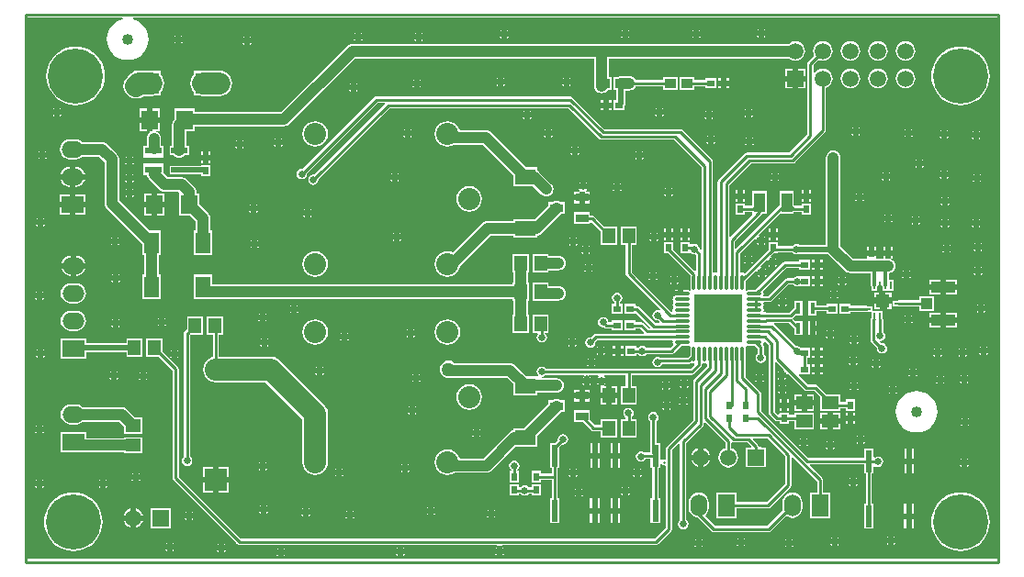
<source format=gtl>
%FSLAX25Y25*%
%MOIN*%
G70*
G01*
G75*
G04 Layer_Physical_Order=1*
G04 Layer_Color=255*
%ADD10R,0.05500X0.07700*%
%ADD11R,0.04724X0.05512*%
%ADD12R,0.01400X0.04000*%
%ADD13R,0.05512X0.04724*%
%ADD14R,0.05906X0.04724*%
%ADD15R,0.02953X0.02362*%
%ADD16R,0.04000X0.03500*%
%ADD17R,0.03937X0.07087*%
%ADD18R,0.04724X0.03150*%
%ADD19R,0.02362X0.02953*%
%ADD20R,0.02362X0.07874*%
%ADD21R,0.05906X0.01969*%
%ADD22R,0.05906X0.02362*%
%ADD23R,0.05906X0.02480*%
%ADD24R,0.06000X0.07000*%
%ADD25R,0.07700X0.05500*%
%ADD26O,0.01180X0.05906*%
%ADD27O,0.05906X0.01180*%
%ADD28R,0.17716X0.17716*%
%ADD29R,0.01000X0.02600*%
%ADD30R,0.02600X0.01000*%
%ADD31R,0.08800X0.04200*%
%ADD32R,0.04000X0.04000*%
%ADD33C,0.01000*%
%ADD34C,0.04000*%
%ADD35C,0.08000*%
%ADD36C,0.02000*%
%ADD37C,0.01200*%
%ADD38C,0.08000*%
%ADD39R,0.08000X0.08000*%
%ADD40R,0.08000X0.06000*%
%ADD41O,0.08000X0.06000*%
%ADD42C,0.06000*%
%ADD43R,0.06000X0.06000*%
%ADD44R,0.05906X0.05906*%
%ADD45C,0.05906*%
%ADD46R,0.06000X0.08000*%
%ADD47O,0.06000X0.08000*%
%ADD48C,0.20000*%
%ADD49C,0.04000*%
%ADD50R,0.03000X0.03000*%
%ADD51R,0.05000X0.05000*%
%ADD52C,0.02500*%
%ADD53C,0.05000*%
G36*
X353678Y1122D02*
X1122D01*
Y197778D01*
X36091D01*
X36164Y197284D01*
X35115Y196966D01*
X33811Y196269D01*
X32669Y195331D01*
X31731Y194189D01*
X31034Y192885D01*
X30606Y191471D01*
X30461Y190000D01*
X30606Y188529D01*
X31034Y187115D01*
X31731Y185811D01*
X32669Y184669D01*
X33811Y183731D01*
X35115Y183035D01*
X36529Y182605D01*
X38000Y182461D01*
X39471Y182605D01*
X40885Y183035D01*
X42189Y183731D01*
X43331Y184669D01*
X44269Y185811D01*
X44965Y187115D01*
X45395Y188529D01*
X45539Y190000D01*
X45395Y191471D01*
X44965Y192885D01*
X44269Y194189D01*
X43331Y195331D01*
X42189Y196269D01*
X40885Y196966D01*
X39836Y197284D01*
X39909Y197778D01*
X353678D01*
Y1122D01*
D02*
G37*
%LPC*%
G36*
X322000Y68000D02*
X321443D01*
X321666Y67666D01*
X322000Y67443D01*
Y68000D01*
D02*
G37*
G36*
X324557D02*
X324000D01*
Y67443D01*
X324334Y67666D01*
X324557Y68000D01*
D02*
G37*
G36*
X205500Y67457D02*
Y66900D01*
X206057D01*
X205834Y67234D01*
X205500Y67457D01*
D02*
G37*
G36*
X331900Y67957D02*
X331566Y67734D01*
X331343Y67400D01*
X331900D01*
Y67957D01*
D02*
G37*
G36*
X333900D02*
Y67400D01*
X334457D01*
X334234Y67734D01*
X333900Y67957D01*
D02*
G37*
G36*
X109157Y68600D02*
X108600D01*
Y68043D01*
X108934Y68266D01*
X109157Y68600D01*
D02*
G37*
G36*
X141800Y68657D02*
X141466Y68434D01*
X141243Y68100D01*
X141800D01*
Y68657D01*
D02*
G37*
G36*
X143800D02*
Y68100D01*
X144357D01*
X144134Y68434D01*
X143800Y68657D01*
D02*
G37*
G36*
X340500Y68157D02*
X340166Y67934D01*
X339943Y67600D01*
X340500D01*
Y68157D01*
D02*
G37*
G36*
X342500D02*
Y67600D01*
X343057D01*
X342834Y67934D01*
X342500Y68157D01*
D02*
G37*
G36*
X106600Y68600D02*
X106043D01*
X106266Y68266D01*
X106600Y68043D01*
Y68600D01*
D02*
G37*
G36*
X203500Y67457D02*
X203166Y67234D01*
X202943Y66900D01*
X203500D01*
Y67457D01*
D02*
G37*
G36*
X144357Y66100D02*
X143800D01*
Y65543D01*
X144134Y65766D01*
X144357Y66100D01*
D02*
G37*
G36*
X239000Y66457D02*
X238666Y66234D01*
X238443Y65900D01*
X239000D01*
Y66457D01*
D02*
G37*
G36*
X241000D02*
Y65900D01*
X241557D01*
X241334Y66234D01*
X241000Y66457D01*
D02*
G37*
G36*
X266300Y66100D02*
X265743D01*
X265966Y65766D01*
X266300Y65543D01*
Y66100D01*
D02*
G37*
G36*
X268857D02*
X268300D01*
Y65543D01*
X268634Y65766D01*
X268857Y66100D01*
D02*
G37*
G36*
X141800D02*
X141243D01*
X141466Y65766D01*
X141800Y65543D01*
Y66100D01*
D02*
G37*
G36*
X34557Y66800D02*
X34000D01*
Y66243D01*
X34334Y66466D01*
X34557Y66800D01*
D02*
G37*
G36*
X274400Y66900D02*
X273843D01*
X274066Y66566D01*
X274400Y66343D01*
Y66900D01*
D02*
G37*
G36*
X276957D02*
X276400D01*
Y66343D01*
X276734Y66566D01*
X276957Y66900D01*
D02*
G37*
G36*
X42500Y66700D02*
X41943D01*
X42166Y66366D01*
X42500Y66143D01*
Y66700D01*
D02*
G37*
G36*
X45057D02*
X44500D01*
Y66143D01*
X44834Y66366D01*
X45057Y66700D01*
D02*
G37*
G36*
X32000Y66800D02*
X31443D01*
X31666Y66466D01*
X32000Y66243D01*
Y66800D01*
D02*
G37*
G36*
X290439Y71781D02*
X289362D01*
Y71000D01*
X290439D01*
Y71781D01*
D02*
G37*
G36*
X205200Y71700D02*
X204643D01*
X204866Y71366D01*
X205200Y71143D01*
Y71700D01*
D02*
G37*
G36*
X207757D02*
X207200D01*
Y71143D01*
X207534Y71366D01*
X207757Y71700D01*
D02*
G37*
G36*
X308700Y71300D02*
X308143D01*
X308366Y70966D01*
X308700Y70743D01*
Y71300D01*
D02*
G37*
G36*
X311257D02*
X310700D01*
Y70743D01*
X311034Y70966D01*
X311257Y71300D01*
D02*
G37*
G36*
X287362Y71781D02*
X286286D01*
Y71000D01*
X287362D01*
Y71781D01*
D02*
G37*
G36*
X310700Y73857D02*
Y73300D01*
X311257D01*
X311034Y73634D01*
X310700Y73857D01*
D02*
G37*
G36*
X205200Y74257D02*
X204866Y74034D01*
X204643Y73700D01*
X205200D01*
Y74257D01*
D02*
G37*
G36*
X207200D02*
Y73700D01*
X207757D01*
X207534Y74034D01*
X207200Y74257D01*
D02*
G37*
G36*
X300300Y72200D02*
X299743D01*
X299966Y71866D01*
X300300Y71643D01*
Y72200D01*
D02*
G37*
G36*
X302857D02*
X302300D01*
Y71643D01*
X302634Y71866D01*
X302857Y72200D01*
D02*
G37*
G36*
X308700Y73857D02*
X308366Y73634D01*
X308143Y73300D01*
X308700D01*
Y73857D01*
D02*
G37*
G36*
X108600Y71157D02*
Y70600D01*
X109157D01*
X108934Y70934D01*
X108600Y71157D01*
D02*
G37*
G36*
X290439Y69000D02*
X289362D01*
Y68219D01*
X290439D01*
Y69000D01*
D02*
G37*
G36*
X42500Y69257D02*
X42166Y69034D01*
X41943Y68700D01*
X42500D01*
Y69257D01*
D02*
G37*
G36*
X44500D02*
Y68700D01*
X45057D01*
X44834Y69034D01*
X44500Y69257D01*
D02*
G37*
G36*
X266300Y68657D02*
X265966Y68434D01*
X265743Y68100D01*
X266300D01*
Y68657D01*
D02*
G37*
G36*
X268300D02*
Y68100D01*
X268857D01*
X268634Y68434D01*
X268300Y68657D01*
D02*
G37*
G36*
X287362Y69000D02*
X286286D01*
Y68219D01*
X287362D01*
Y69000D01*
D02*
G37*
G36*
X322000Y70557D02*
X321666Y70334D01*
X321443Y70000D01*
X322000D01*
Y70557D01*
D02*
G37*
G36*
X324000D02*
Y70000D01*
X324557D01*
X324334Y70334D01*
X324000Y70557D01*
D02*
G37*
G36*
X106600Y71157D02*
X106266Y70934D01*
X106043Y70600D01*
X106600D01*
Y71157D01*
D02*
G37*
G36*
X32000Y69357D02*
X31666Y69134D01*
X31443Y68800D01*
X32000D01*
Y69357D01*
D02*
G37*
G36*
X34000D02*
Y68800D01*
X34557D01*
X34334Y69134D01*
X34000Y69357D01*
D02*
G37*
G36*
X274400Y69457D02*
X274066Y69234D01*
X273843Y68900D01*
X274400D01*
Y69457D01*
D02*
G37*
G36*
X234400Y65757D02*
Y65200D01*
X234957D01*
X234734Y65534D01*
X234400Y65757D01*
D02*
G37*
G36*
X205790Y59440D02*
X203828D01*
Y58265D01*
X205790D01*
Y59440D01*
D02*
G37*
G36*
X282576Y61009D02*
X280023D01*
Y59047D01*
X282576D01*
Y61009D01*
D02*
G37*
G36*
X287128D02*
X284576D01*
Y59047D01*
X287128D01*
Y61009D01*
D02*
G37*
G36*
X275300Y59139D02*
X274519D01*
Y58062D01*
X275300D01*
Y59139D01*
D02*
G37*
G36*
X278081D02*
X277300D01*
Y58062D01*
X278081D01*
Y59139D01*
D02*
G37*
G36*
X201828Y59440D02*
X199865D01*
Y58265D01*
X201828D01*
Y59440D01*
D02*
G37*
G36*
X317357Y61700D02*
X316800D01*
Y61143D01*
X317134Y61366D01*
X317357Y61700D01*
D02*
G37*
G36*
X274500Y61900D02*
X273943D01*
X274166Y61566D01*
X274500Y61343D01*
Y61900D01*
D02*
G37*
G36*
X277057D02*
X276500D01*
Y61343D01*
X276834Y61566D01*
X277057Y61900D01*
D02*
G37*
G36*
X238600Y60257D02*
X238266Y60034D01*
X238043Y59700D01*
X238600D01*
Y60257D01*
D02*
G37*
G36*
X240600D02*
Y59700D01*
X241157D01*
X240934Y60034D01*
X240600Y60257D01*
D02*
G37*
G36*
X314800Y61700D02*
X314243D01*
X314466Y61366D01*
X314800Y61143D01*
Y61700D01*
D02*
G37*
G36*
X161950Y64640D02*
X160749Y64482D01*
X159630Y64018D01*
X158669Y63281D01*
X157932Y62320D01*
X157468Y61201D01*
X157310Y60000D01*
X157468Y58799D01*
X157932Y57680D01*
X158669Y56719D01*
X159630Y55982D01*
X160749Y55518D01*
X161950Y55360D01*
X163151Y55518D01*
X164270Y55982D01*
X165231Y56719D01*
X165968Y57680D01*
X166432Y58799D01*
X166590Y60000D01*
X166432Y61201D01*
X165968Y62320D01*
X165231Y63281D01*
X164270Y64018D01*
X163151Y64482D01*
X161950Y64640D01*
D02*
G37*
G36*
X140200Y56757D02*
X139866Y56534D01*
X139643Y56200D01*
X140200D01*
Y56757D01*
D02*
G37*
G36*
X142200D02*
Y56200D01*
X142757D01*
X142534Y56534D01*
X142200Y56757D01*
D02*
G37*
G36*
X287128Y57047D02*
X284576D01*
Y55084D01*
X287128D01*
Y57047D01*
D02*
G37*
G36*
X232500Y55800D02*
X231943D01*
X232166Y55466D01*
X232500Y55243D01*
Y55800D01*
D02*
G37*
G36*
X235057D02*
X234500D01*
Y55243D01*
X234834Y55466D01*
X235057Y55800D01*
D02*
G37*
G36*
X215719Y59700D02*
X213757D01*
Y57344D01*
X215719D01*
Y59700D01*
D02*
G37*
G36*
X232500Y58357D02*
X232166Y58134D01*
X231943Y57800D01*
X232500D01*
Y58357D01*
D02*
G37*
G36*
X234500D02*
Y57800D01*
X235057D01*
X234834Y58134D01*
X234500Y58357D01*
D02*
G37*
G36*
X238600Y57700D02*
X238043D01*
X238266Y57366D01*
X238600Y57143D01*
Y57700D01*
D02*
G37*
G36*
X241157D02*
X240600D01*
Y57143D01*
X240934Y57366D01*
X241157Y57700D01*
D02*
G37*
G36*
X211757Y59700D02*
X209794D01*
Y57344D01*
X211757D01*
Y59700D01*
D02*
G37*
G36*
X201828Y62615D02*
X199865D01*
Y61440D01*
X201828D01*
Y62615D01*
D02*
G37*
G36*
X208900Y65100D02*
X208343D01*
X208566Y64766D01*
X208900Y64543D01*
Y65100D01*
D02*
G37*
G36*
X211457D02*
X210900D01*
Y64543D01*
X211234Y64766D01*
X211457Y65100D01*
D02*
G37*
G36*
X331900Y65400D02*
X331343D01*
X331566Y65066D01*
X331900Y64843D01*
Y65400D01*
D02*
G37*
G36*
X210887Y64534D02*
X210622Y64357D01*
X209900Y64214D01*
X209794Y64235D01*
Y64056D01*
X209794D01*
Y61700D01*
X211757D01*
Y64056D01*
X211032D01*
X210887Y64534D01*
D02*
G37*
G36*
X203500Y64900D02*
X202943D01*
X203166Y64566D01*
X203500Y64343D01*
Y64900D01*
D02*
G37*
G36*
X206057D02*
X205500D01*
Y64343D01*
X205834Y64566D01*
X206057Y64900D01*
D02*
G37*
G36*
X300700Y65657D02*
X300366Y65434D01*
X300143Y65100D01*
X300700D01*
Y65657D01*
D02*
G37*
G36*
X302700D02*
Y65100D01*
X303257D01*
X303034Y65434D01*
X302700Y65657D01*
D02*
G37*
G36*
X232400Y65757D02*
X232066Y65534D01*
X231843Y65200D01*
X232400D01*
Y65757D01*
D02*
G37*
G36*
X334457Y65400D02*
X333900D01*
Y64843D01*
X334234Y65066D01*
X334457Y65400D01*
D02*
G37*
G36*
X340500Y65600D02*
X339943D01*
X340166Y65266D01*
X340500Y65043D01*
Y65600D01*
D02*
G37*
G36*
X343057D02*
X342500D01*
Y65043D01*
X342834Y65266D01*
X343057Y65600D01*
D02*
G37*
G36*
X303257Y63100D02*
X302700D01*
Y62543D01*
X303034Y62766D01*
X303257Y63100D01*
D02*
G37*
G36*
X232400Y63200D02*
X231843D01*
X232066Y62866D01*
X232400Y62643D01*
Y63200D01*
D02*
G37*
G36*
X234957D02*
X234400D01*
Y62643D01*
X234734Y62866D01*
X234957Y63200D01*
D02*
G37*
G36*
X205790Y62615D02*
X203828D01*
Y61440D01*
X205790D01*
Y62615D01*
D02*
G37*
G36*
X215719Y64056D02*
X213757D01*
Y61700D01*
X215719D01*
Y64056D01*
D02*
G37*
G36*
X300700Y63100D02*
X300143D01*
X300366Y62766D01*
X300700Y62543D01*
Y63100D01*
D02*
G37*
G36*
X316800Y64257D02*
Y63700D01*
X317357D01*
X317134Y64034D01*
X316800Y64257D01*
D02*
G37*
G36*
X274500Y64457D02*
X274166Y64234D01*
X273943Y63900D01*
X274500D01*
Y64457D01*
D02*
G37*
G36*
X276500D02*
Y63900D01*
X277057D01*
X276834Y64234D01*
X276500Y64457D01*
D02*
G37*
G36*
X239000Y63900D02*
X238443D01*
X238666Y63566D01*
X239000Y63343D01*
Y63900D01*
D02*
G37*
G36*
X241557D02*
X241000D01*
Y63343D01*
X241334Y63566D01*
X241557Y63900D01*
D02*
G37*
G36*
X314800Y64257D02*
X314466Y64034D01*
X314243Y63700D01*
X314800D01*
Y64257D01*
D02*
G37*
G36*
X53900Y74700D02*
X53343D01*
X53566Y74366D01*
X53900Y74143D01*
Y74700D01*
D02*
G37*
G36*
X210500Y89086D02*
X209778Y88943D01*
X209166Y88534D01*
X208757Y87922D01*
X208614Y87200D01*
X208757Y86478D01*
X209166Y85866D01*
X209778Y85457D01*
X210500Y85314D01*
X210750Y85364D01*
X210907Y85207D01*
X210907Y85207D01*
X211271Y84964D01*
X211271Y84964D01*
X211271Y84964D01*
D01*
X211271Y84964D01*
X211271Y84964D01*
X211700Y84878D01*
X211700Y84878D01*
X213561D01*
Y84219D01*
X217714D01*
Y87781D01*
X213561D01*
Y87122D01*
X212451D01*
X212386Y87200D01*
X212243Y87922D01*
X211834Y88534D01*
X211222Y88943D01*
X210500Y89086D01*
D02*
G37*
G36*
X32500Y85800D02*
X31943D01*
X32166Y85466D01*
X32500Y85243D01*
Y85800D01*
D02*
G37*
G36*
X35057D02*
X34500D01*
Y85243D01*
X34834Y85466D01*
X35057Y85800D01*
D02*
G37*
G36*
X19300Y91331D02*
X17300D01*
X16360Y91207D01*
X15484Y90845D01*
X14732Y90268D01*
X14155Y89516D01*
X13793Y88640D01*
X13669Y87700D01*
X13793Y86760D01*
X14155Y85884D01*
X14732Y85132D01*
X15484Y84555D01*
X16360Y84193D01*
X17300Y84069D01*
X19300D01*
X20240Y84193D01*
X21115Y84555D01*
X21868Y85132D01*
X22445Y85884D01*
X22807Y86760D01*
X22931Y87700D01*
X22807Y88640D01*
X22445Y89516D01*
X21868Y90268D01*
X21115Y90845D01*
X20240Y91207D01*
X19300Y91331D01*
D02*
G37*
G36*
X139800Y84757D02*
X139466Y84534D01*
X139243Y84200D01*
X139800D01*
Y84757D01*
D02*
G37*
G36*
X141800D02*
Y84200D01*
X142357D01*
X142134Y84534D01*
X141800Y84757D01*
D02*
G37*
G36*
X51957Y86400D02*
X51400D01*
Y85843D01*
X51734Y86066D01*
X51957Y86400D01*
D02*
G37*
G36*
X287900Y87700D02*
X287600D01*
Y86100D01*
X287900D01*
Y87700D01*
D02*
G37*
G36*
X320400Y87400D02*
X319843D01*
X320066Y87066D01*
X320400Y86843D01*
Y87400D01*
D02*
G37*
G36*
X333000Y87000D02*
X329000D01*
Y85300D01*
X333000D01*
Y87000D01*
D02*
G37*
G36*
X339000D02*
X335000D01*
Y85300D01*
X339000D01*
Y87000D01*
D02*
G37*
G36*
X49400Y86400D02*
X48843D01*
X49066Y86066D01*
X49400Y85843D01*
Y86400D01*
D02*
G37*
G36*
X142357Y82200D02*
X141800D01*
Y81643D01*
X142134Y81866D01*
X142357Y82200D01*
D02*
G37*
G36*
X300600Y82357D02*
X300266Y82134D01*
X300043Y81800D01*
X300600D01*
Y82357D01*
D02*
G37*
G36*
X302600D02*
Y81800D01*
X303157D01*
X302934Y82134D01*
X302600Y82357D01*
D02*
G37*
G36*
X291900Y81800D02*
X291343D01*
X291566Y81466D01*
X291900Y81243D01*
Y81800D01*
D02*
G37*
G36*
X294457D02*
X293900D01*
Y81243D01*
X294234Y81466D01*
X294457Y81800D01*
D02*
G37*
G36*
X139800Y82200D02*
X139243D01*
X139466Y81866D01*
X139800Y81643D01*
Y82200D01*
D02*
G37*
G36*
X117600Y83557D02*
Y83000D01*
X118157D01*
X117934Y83334D01*
X117600Y83557D01*
D02*
G37*
G36*
X291900Y84357D02*
X291566Y84134D01*
X291343Y83800D01*
X291900D01*
Y84357D01*
D02*
G37*
G36*
X293900D02*
Y83800D01*
X294457D01*
X294234Y84134D01*
X293900Y84357D01*
D02*
G37*
G36*
X285600Y87700D02*
X285000D01*
Y85099D01*
Y82500D01*
X285600D01*
Y85099D01*
Y87700D01*
D02*
G37*
G36*
X287900Y84100D02*
X287600D01*
Y82500D01*
X287900D01*
Y84100D01*
D02*
G37*
G36*
X115600Y83557D02*
X115266Y83334D01*
X115043Y83000D01*
X115600D01*
Y83557D01*
D02*
G37*
G36*
X322957Y87400D02*
X322400D01*
Y86843D01*
X322734Y87066D01*
X322957Y87400D01*
D02*
G37*
G36*
X316600Y91000D02*
X316000D01*
Y90400D01*
X316100D01*
Y90900D01*
X316600D01*
Y91000D01*
D02*
G37*
G36*
X97400Y91100D02*
X96843D01*
X97066Y90766D01*
X97400Y90543D01*
Y91100D01*
D02*
G37*
G36*
X99957D02*
X99400D01*
Y90543D01*
X99734Y90766D01*
X99957Y91100D01*
D02*
G37*
G36*
X87900Y90557D02*
Y90000D01*
X88457D01*
X88234Y90334D01*
X87900Y90557D01*
D02*
G37*
G36*
X215638Y97948D02*
X214916Y97805D01*
X214304Y97396D01*
X213895Y96784D01*
X213752Y96062D01*
X213895Y95340D01*
X214304Y94728D01*
X214516Y94587D01*
Y93781D01*
X213561D01*
Y90219D01*
X217714D01*
Y93781D01*
X216759D01*
Y94587D01*
X216972Y94728D01*
X217380Y95340D01*
X217524Y96062D01*
X217380Y96784D01*
X216972Y97396D01*
X216360Y97805D01*
X215638Y97948D01*
D02*
G37*
G36*
X287900Y94900D02*
X285000D01*
Y92299D01*
Y89700D01*
X287900D01*
Y91178D01*
X291561D01*
Y90219D01*
X295714D01*
Y93781D01*
X291561D01*
Y93422D01*
X287900D01*
Y94900D01*
D02*
G37*
G36*
X311100Y93900D02*
X309000D01*
Y91800D01*
X311100D01*
Y93900D01*
D02*
G37*
G36*
X315200D02*
X313100D01*
Y91800D01*
X315200D01*
Y93900D01*
D02*
G37*
G36*
X274700Y93500D02*
X274143D01*
X274366Y93166D01*
X274700Y92943D01*
Y93500D01*
D02*
G37*
G36*
X346800Y91200D02*
X346243D01*
X346466Y90866D01*
X346800Y90643D01*
Y91200D01*
D02*
G37*
G36*
X349357D02*
X348800D01*
Y90643D01*
X349134Y90866D01*
X349357Y91200D01*
D02*
G37*
G36*
X319500Y91000D02*
X318600D01*
Y90900D01*
X319500D01*
Y91000D01*
D02*
G37*
G36*
X32500Y88357D02*
X32166Y88134D01*
X31943Y87800D01*
X32500D01*
Y88357D01*
D02*
G37*
G36*
X34500D02*
Y87800D01*
X35057D01*
X34834Y88134D01*
X34500Y88357D01*
D02*
G37*
G36*
X49400Y88957D02*
X49066Y88734D01*
X48843Y88400D01*
X49400D01*
Y88957D01*
D02*
G37*
G36*
X85900Y88000D02*
X85343D01*
X85566Y87666D01*
X85900Y87443D01*
Y88000D01*
D02*
G37*
G36*
X88457D02*
X87900D01*
Y87443D01*
X88234Y87666D01*
X88457Y88000D01*
D02*
G37*
G36*
X316100Y88400D02*
X316000D01*
Y87500D01*
X316100D01*
Y88400D01*
D02*
G37*
G36*
X320400Y89957D02*
X320066Y89734D01*
X319843Y89400D01*
X320400D01*
Y89957D01*
D02*
G37*
G36*
X322400D02*
Y89400D01*
X322957D01*
X322734Y89734D01*
X322400Y89957D01*
D02*
G37*
G36*
X85900Y90557D02*
X85566Y90334D01*
X85343Y90000D01*
X85900D01*
Y90557D01*
D02*
G37*
G36*
X51400Y88957D02*
Y88400D01*
X51957D01*
X51734Y88734D01*
X51400Y88957D01*
D02*
G37*
G36*
X333000Y90700D02*
X329000D01*
Y89000D01*
X333000D01*
Y90700D01*
D02*
G37*
G36*
X339000D02*
X335000D01*
Y89000D01*
X339000D01*
Y90700D01*
D02*
G37*
G36*
X200400Y81357D02*
Y80800D01*
X200957D01*
X200734Y81134D01*
X200400Y81357D01*
D02*
G37*
G36*
X347600Y75900D02*
X347043D01*
X347266Y75566D01*
X347600Y75343D01*
Y75900D01*
D02*
G37*
G36*
X350157D02*
X349600D01*
Y75343D01*
X349934Y75566D01*
X350157Y75900D01*
D02*
G37*
G36*
X300439Y93781D02*
X296286D01*
Y90219D01*
X300439D01*
Y90878D01*
X306400D01*
X306508Y90900D01*
X307900D01*
Y88858D01*
X307754Y88640D01*
X307714Y88579D01*
X307628Y88150D01*
X307628Y88150D01*
Y80750D01*
X307628Y80750D01*
X307714Y80321D01*
X307957Y79957D01*
X309963Y77950D01*
X309914Y77700D01*
X310057Y76978D01*
X310466Y76366D01*
X311078Y75957D01*
X311800Y75814D01*
X312522Y75957D01*
X313134Y76366D01*
X313543Y76978D01*
X313686Y77700D01*
X313543Y78422D01*
X313134Y79034D01*
X312522Y79443D01*
X311800Y79586D01*
X311550Y79536D01*
X310951Y80135D01*
X311100Y80414D01*
X311822Y80557D01*
X312434Y80966D01*
X312843Y81578D01*
X312986Y82300D01*
X312843Y83022D01*
X312434Y83634D01*
X312222Y83776D01*
Y87500D01*
X312222D01*
Y88300D01*
X312136Y88729D01*
X312100Y88783D01*
Y89399D01*
Y91300D01*
X308300D01*
Y92900D01*
Y93100D01*
X306508D01*
X306401Y93122D01*
X306400Y93122D01*
X304500D01*
Y93122D01*
X300439D01*
Y93781D01*
D02*
G37*
G36*
X218014Y75700D02*
X216938D01*
Y74919D01*
X218014D01*
Y75700D01*
D02*
G37*
G36*
X208800Y75900D02*
X208243D01*
X208466Y75566D01*
X208800Y75343D01*
Y75900D01*
D02*
G37*
G36*
X211357D02*
X210800D01*
Y75343D01*
X211134Y75566D01*
X211357Y75900D01*
D02*
G37*
G36*
X7300Y77457D02*
Y76900D01*
X7857D01*
X7634Y77234D01*
X7300Y77457D01*
D02*
G37*
G36*
X287362Y77781D02*
X286286D01*
Y77000D01*
X287362D01*
Y77781D01*
D02*
G37*
G36*
X290439D02*
X289362D01*
Y77000D01*
X290439D01*
Y77781D01*
D02*
G37*
G36*
X53900Y77257D02*
X53566Y77034D01*
X53343Y76700D01*
X53900D01*
Y77257D01*
D02*
G37*
G36*
X55900D02*
Y76700D01*
X56457D01*
X56234Y77034D01*
X55900Y77257D01*
D02*
G37*
G36*
X5300Y77457D02*
X4966Y77234D01*
X4743Y76900D01*
X5300D01*
Y77457D01*
D02*
G37*
G36*
X287362Y75000D02*
X286286D01*
Y74219D01*
X287362D01*
Y75000D01*
D02*
G37*
G36*
X290439D02*
X289362D01*
Y74219D01*
X290439D01*
Y75000D01*
D02*
G37*
G36*
X5300Y74900D02*
X4743D01*
X4966Y74566D01*
X5300Y74343D01*
Y74900D01*
D02*
G37*
G36*
X56457Y74700D02*
X55900D01*
Y74143D01*
X56234Y74366D01*
X56457Y74700D01*
D02*
G37*
G36*
X300300Y74757D02*
X299966Y74534D01*
X299743Y74200D01*
X300300D01*
Y74757D01*
D02*
G37*
G36*
X302300D02*
Y74200D01*
X302857D01*
X302634Y74534D01*
X302300Y74757D01*
D02*
G37*
G36*
X340100Y75300D02*
X339543D01*
X339766Y74966D01*
X340100Y74743D01*
Y75300D01*
D02*
G37*
G36*
X342657D02*
X342100D01*
Y74743D01*
X342434Y74966D01*
X342657Y75300D01*
D02*
G37*
G36*
X214938Y75700D02*
X213861D01*
Y74919D01*
X214938D01*
Y75700D01*
D02*
G37*
G36*
X7857Y74900D02*
X7300D01*
Y74343D01*
X7634Y74566D01*
X7857Y74900D01*
D02*
G37*
G36*
X331000Y75200D02*
X330443D01*
X330666Y74866D01*
X331000Y74643D01*
Y75200D01*
D02*
G37*
G36*
X333557D02*
X333000D01*
Y74643D01*
X333334Y74866D01*
X333557Y75200D01*
D02*
G37*
G36*
X331000Y77757D02*
X330666Y77534D01*
X330443Y77200D01*
X331000D01*
Y77757D01*
D02*
G37*
G36*
X300600Y79800D02*
X300043D01*
X300266Y79466D01*
X300600Y79243D01*
Y79800D01*
D02*
G37*
G36*
X303157D02*
X302600D01*
Y79243D01*
X302934Y79466D01*
X303157Y79800D01*
D02*
G37*
G36*
X43419Y81356D02*
X37495D01*
Y79631D01*
X22900D01*
Y81300D01*
X13700D01*
Y74100D01*
X22900D01*
Y76369D01*
X37495D01*
Y74644D01*
X43419D01*
Y81356D01*
D02*
G37*
G36*
X89057Y78800D02*
X88500D01*
Y78243D01*
X88834Y78466D01*
X89057Y78800D01*
D02*
G37*
G36*
X106050Y88260D02*
X104849Y88102D01*
X103730Y87638D01*
X102769Y86901D01*
X102032Y85940D01*
X101568Y84821D01*
X101410Y83620D01*
X101568Y82419D01*
X102032Y81300D01*
X102769Y80339D01*
X103730Y79602D01*
X104849Y79138D01*
X106050Y78980D01*
X107251Y79138D01*
X108370Y79602D01*
X109331Y80339D01*
X110068Y81300D01*
X110532Y82419D01*
X110690Y83620D01*
X110532Y84821D01*
X110068Y85940D01*
X109331Y86901D01*
X108370Y87638D01*
X107251Y88102D01*
X106050Y88260D01*
D02*
G37*
G36*
X154070D02*
X152869Y88102D01*
X151750Y87638D01*
X150789Y86901D01*
X150052Y85940D01*
X149588Y84821D01*
X149430Y83620D01*
X149588Y82419D01*
X150052Y81300D01*
X150789Y80339D01*
X151750Y79602D01*
X152869Y79138D01*
X154070Y78980D01*
X155271Y79138D01*
X156390Y79602D01*
X157351Y80339D01*
X158088Y81300D01*
X158552Y82419D01*
X158710Y83620D01*
X158552Y84821D01*
X158088Y85940D01*
X157351Y86901D01*
X156390Y87638D01*
X155271Y88102D01*
X154070Y88260D01*
D02*
G37*
G36*
X86500Y81357D02*
X86166Y81134D01*
X85943Y80800D01*
X86500D01*
Y81357D01*
D02*
G37*
G36*
X88500D02*
Y80800D01*
X89057D01*
X88834Y81134D01*
X88500Y81357D01*
D02*
G37*
G36*
X198400D02*
X198066Y81134D01*
X197843Y80800D01*
X198400D01*
Y81357D01*
D02*
G37*
G36*
X190805Y90056D02*
X184881D01*
Y83344D01*
X186643D01*
X186879Y82903D01*
X186557Y82422D01*
X186414Y81700D01*
X186557Y80978D01*
X186966Y80366D01*
X187578Y79957D01*
X188300Y79814D01*
X189022Y79957D01*
X189634Y80366D01*
X190043Y80978D01*
X190186Y81700D01*
X190043Y82422D01*
X189634Y83034D01*
X189422Y83176D01*
Y83344D01*
X190805D01*
Y90056D01*
D02*
G37*
G36*
X115600Y81000D02*
X115043D01*
X115266Y80666D01*
X115600Y80443D01*
Y81000D01*
D02*
G37*
G36*
X118157D02*
X117600D01*
Y80443D01*
X117934Y80666D01*
X118157Y81000D01*
D02*
G37*
G36*
X214938Y78481D02*
X213861D01*
Y77700D01*
X214938D01*
Y78481D01*
D02*
G37*
G36*
X218014D02*
X216938D01*
Y77700D01*
X218014D01*
Y78481D01*
D02*
G37*
G36*
X208800Y78457D02*
X208466Y78234D01*
X208243Y77900D01*
X208800D01*
Y78457D01*
D02*
G37*
G36*
X333000Y77757D02*
Y77200D01*
X333557D01*
X333334Y77534D01*
X333000Y77757D01*
D02*
G37*
G36*
X340100Y77857D02*
X339766Y77634D01*
X339543Y77300D01*
X340100D01*
Y77857D01*
D02*
G37*
G36*
X342100D02*
Y77300D01*
X342657D01*
X342434Y77634D01*
X342100Y77857D01*
D02*
G37*
G36*
X198400Y78800D02*
X197843D01*
X198066Y78466D01*
X198400Y78243D01*
Y78800D01*
D02*
G37*
G36*
X200957D02*
X200400D01*
Y78243D01*
X200734Y78466D01*
X200957Y78800D01*
D02*
G37*
G36*
X86500D02*
X85943D01*
X86166Y78466D01*
X86500Y78243D01*
Y78800D01*
D02*
G37*
G36*
X210800Y78457D02*
Y77900D01*
X211357D01*
X211134Y78234D01*
X210800Y78457D01*
D02*
G37*
G36*
X347600D02*
X347266Y78234D01*
X347043Y77900D01*
X347600D01*
Y78457D01*
D02*
G37*
G36*
X349600D02*
Y77900D01*
X350157D01*
X349934Y78234D01*
X349600Y78457D01*
D02*
G37*
G36*
X282576Y57047D02*
X280023D01*
Y55084D01*
X282576D01*
Y57047D01*
D02*
G37*
G36*
X88857Y18200D02*
X88300D01*
Y17643D01*
X88634Y17866D01*
X88857Y18200D01*
D02*
G37*
G36*
X320583Y21198D02*
X319802D01*
Y17661D01*
X320583D01*
Y21198D01*
D02*
G37*
G36*
X323364D02*
X322583D01*
Y17661D01*
X323364D01*
Y21198D01*
D02*
G37*
G36*
X147100Y17700D02*
X146543D01*
X146766Y17366D01*
X147100Y17143D01*
Y17700D01*
D02*
G37*
G36*
X149657D02*
X149100D01*
Y17143D01*
X149434Y17366D01*
X149657Y17700D01*
D02*
G37*
G36*
X86300Y18200D02*
X85743D01*
X85966Y17866D01*
X86300Y17643D01*
Y18200D01*
D02*
G37*
G36*
X119700Y18957D02*
Y18400D01*
X120257D01*
X120034Y18734D01*
X119700Y18957D01*
D02*
G37*
G36*
X168900Y19257D02*
X168566Y19034D01*
X168343Y18700D01*
X168900D01*
Y19257D01*
D02*
G37*
G36*
X170900D02*
Y18700D01*
X171457D01*
X171234Y19034D01*
X170900Y19257D01*
D02*
G37*
G36*
X59200Y18357D02*
X58866Y18134D01*
X58643Y17800D01*
X59200D01*
Y18357D01*
D02*
G37*
G36*
X61200D02*
Y17800D01*
X61757D01*
X61534Y18134D01*
X61200Y18357D01*
D02*
G37*
G36*
X117700Y18957D02*
X117366Y18734D01*
X117143Y18400D01*
X117700D01*
Y18957D01*
D02*
G37*
G36*
X61757Y15800D02*
X61200D01*
Y15243D01*
X61534Y15466D01*
X61757Y15800D01*
D02*
G37*
G36*
X117700Y16400D02*
X117143D01*
X117366Y16066D01*
X117700Y15843D01*
Y16400D01*
D02*
G37*
G36*
X120257D02*
X119700D01*
Y15843D01*
X120034Y16066D01*
X120257Y16400D01*
D02*
G37*
G36*
X213938Y17661D02*
X213157D01*
Y14124D01*
X213938D01*
Y17661D01*
D02*
G37*
G36*
X216719D02*
X215938D01*
Y14124D01*
X216719D01*
Y17661D01*
D02*
G37*
G36*
X59200Y15800D02*
X58643D01*
X58866Y15466D01*
X59200Y15243D01*
Y15800D01*
D02*
G37*
G36*
X104157Y17200D02*
X103600D01*
Y16643D01*
X103934Y16866D01*
X104157Y17200D01*
D02*
G37*
G36*
X39000Y19482D02*
X38184Y19145D01*
X37433Y18567D01*
X36855Y17816D01*
X36518Y17000D01*
X39000D01*
Y19482D01*
D02*
G37*
G36*
X41000D02*
Y17000D01*
X43482D01*
X43145Y17816D01*
X42568Y18567D01*
X41816Y19145D01*
X41000Y19482D01*
D02*
G37*
G36*
X168900Y16700D02*
X168343D01*
X168566Y16366D01*
X168900Y16143D01*
Y16700D01*
D02*
G37*
G36*
X171457D02*
X170900D01*
Y16143D01*
X171234Y16366D01*
X171457Y16700D01*
D02*
G37*
G36*
X101600Y17200D02*
X101043D01*
X101266Y16866D01*
X101600Y16643D01*
Y17200D01*
D02*
G37*
G36*
Y19757D02*
X101266Y19534D01*
X101043Y19200D01*
X101600D01*
Y19757D01*
D02*
G37*
G36*
X200800Y26957D02*
X200466Y26734D01*
X200243Y26400D01*
X200800D01*
Y26957D01*
D02*
G37*
G36*
X202800D02*
Y26400D01*
X203357D01*
X203134Y26734D01*
X202800Y26957D01*
D02*
G37*
G36*
X217700Y27457D02*
X217366Y27234D01*
X217143Y26900D01*
X217700D01*
Y27457D01*
D02*
G37*
G36*
X220257Y24900D02*
X219700D01*
Y24343D01*
X220034Y24566D01*
X220257Y24900D01*
D02*
G37*
G36*
X69000Y29000D02*
X65400D01*
Y25400D01*
X69000D01*
Y29000D01*
D02*
G37*
G36*
X74600D02*
X71000D01*
Y25400D01*
X74600D01*
Y29000D01*
D02*
G37*
G36*
X28100Y27600D02*
X27543D01*
X27766Y27266D01*
X28100Y27043D01*
Y27600D01*
D02*
G37*
G36*
X30657D02*
X30100D01*
Y27043D01*
X30434Y27266D01*
X30657Y27600D01*
D02*
G37*
G36*
X188081Y28414D02*
X184519D01*
Y27222D01*
X183576D01*
X183434Y27434D01*
X182822Y27843D01*
X182100Y27986D01*
X181378Y27843D01*
X180766Y27434D01*
X180624Y27222D01*
X180081D01*
Y28414D01*
X176519D01*
Y24261D01*
X180081D01*
Y24979D01*
X180624D01*
X180766Y24766D01*
X181378Y24357D01*
X182100Y24214D01*
X182822Y24357D01*
X183434Y24766D01*
X183576Y24979D01*
X184519D01*
Y24261D01*
X188081D01*
Y28414D01*
D02*
G37*
G36*
X219700Y27457D02*
Y26900D01*
X220257D01*
X220034Y27234D01*
X219700Y27457D01*
D02*
G37*
G36*
X5000Y27600D02*
X4443D01*
X4666Y27266D01*
X5000Y27043D01*
Y27600D01*
D02*
G37*
G36*
X7557D02*
X7000D01*
Y27043D01*
X7334Y27266D01*
X7557Y27600D01*
D02*
G37*
G36*
X213938Y23198D02*
X213157D01*
Y19661D01*
X213938D01*
Y23198D01*
D02*
G37*
G36*
X216719D02*
X215938D01*
Y19661D01*
X216719D01*
Y23198D01*
D02*
G37*
G36*
X147100Y20257D02*
X146766Y20034D01*
X146543Y19700D01*
X147100D01*
Y20257D01*
D02*
G37*
G36*
X103600Y19757D02*
Y19200D01*
X104157D01*
X103934Y19534D01*
X103600Y19757D01*
D02*
G37*
G36*
X206583Y23198D02*
X205802D01*
Y19661D01*
X206583D01*
Y23198D01*
D02*
G37*
G36*
X209365D02*
X208583D01*
Y19661D01*
X209365D01*
Y23198D01*
D02*
G37*
G36*
X200800Y24400D02*
X200243D01*
X200466Y24066D01*
X200800Y23843D01*
Y24400D01*
D02*
G37*
G36*
X203357D02*
X202800D01*
Y23843D01*
X203134Y24066D01*
X203357Y24400D01*
D02*
G37*
G36*
X217700Y24900D02*
X217143D01*
X217366Y24566D01*
X217700Y24343D01*
Y24900D01*
D02*
G37*
G36*
X149100Y20257D02*
Y19700D01*
X149657D01*
X149434Y20034D01*
X149100Y20257D01*
D02*
G37*
G36*
X86300Y20757D02*
X85966Y20534D01*
X85743Y20200D01*
X86300D01*
Y20757D01*
D02*
G37*
G36*
X88300D02*
Y20200D01*
X88857D01*
X88634Y20534D01*
X88300Y20757D01*
D02*
G37*
G36*
X209365Y17661D02*
X208583D01*
Y14124D01*
X209365D01*
Y17661D01*
D02*
G37*
G36*
X138000Y5457D02*
Y4900D01*
X138557D01*
X138334Y5234D01*
X138000Y5457D01*
D02*
G37*
G36*
X172000Y5657D02*
X171666Y5434D01*
X171443Y5100D01*
X172000D01*
Y5657D01*
D02*
G37*
G36*
X174000D02*
Y5100D01*
X174557D01*
X174334Y5434D01*
X174000Y5657D01*
D02*
G37*
G36*
X92500Y5257D02*
X92166Y5034D01*
X91943Y4700D01*
X92500D01*
Y5257D01*
D02*
G37*
G36*
X94500D02*
Y4700D01*
X95057D01*
X94834Y5034D01*
X94500Y5257D01*
D02*
G37*
G36*
X136000Y5457D02*
X135666Y5234D01*
X135443Y4900D01*
X136000D01*
Y5457D01*
D02*
G37*
G36*
X279657Y6100D02*
X279100D01*
Y5543D01*
X279434Y5766D01*
X279657Y6100D01*
D02*
G37*
G36*
X259500Y6400D02*
X258943D01*
X259166Y6066D01*
X259500Y5843D01*
Y6400D01*
D02*
G37*
G36*
X262057D02*
X261500D01*
Y5843D01*
X261834Y6066D01*
X262057Y6400D01*
D02*
G37*
G36*
X244200Y6000D02*
X243643D01*
X243866Y5666D01*
X244200Y5443D01*
Y6000D01*
D02*
G37*
G36*
X246757D02*
X246200D01*
Y5443D01*
X246534Y5666D01*
X246757Y6000D01*
D02*
G37*
G36*
X277100Y6100D02*
X276543D01*
X276766Y5766D01*
X277100Y5543D01*
Y6100D01*
D02*
G37*
G36*
X138557Y2900D02*
X138000D01*
Y2343D01*
X138334Y2566D01*
X138557Y2900D01*
D02*
G37*
G36*
X172000Y3100D02*
X171443D01*
X171666Y2766D01*
X172000Y2543D01*
Y3100D01*
D02*
G37*
G36*
X174557D02*
X174000D01*
Y2543D01*
X174334Y2766D01*
X174557Y3100D01*
D02*
G37*
G36*
X92500Y2700D02*
X91943D01*
X92166Y2366D01*
X92500Y2143D01*
Y2700D01*
D02*
G37*
G36*
X95057D02*
X94500D01*
Y2143D01*
X94834Y2366D01*
X95057Y2700D01*
D02*
G37*
G36*
X136000Y2900D02*
X135443D01*
X135666Y2566D01*
X136000Y2343D01*
Y2900D01*
D02*
G37*
G36*
X54757Y4600D02*
X54200D01*
Y4043D01*
X54534Y4266D01*
X54757Y4600D01*
D02*
G37*
G36*
X18300Y25333D02*
X16637Y25202D01*
X15014Y24812D01*
X13473Y24174D01*
X12050Y23302D01*
X10781Y22219D01*
X9698Y20950D01*
X8826Y19527D01*
X8188Y17986D01*
X7798Y16363D01*
X7667Y14700D01*
X7798Y13037D01*
X8188Y11414D01*
X8826Y9873D01*
X9698Y8450D01*
X10781Y7181D01*
X12050Y6098D01*
X13473Y5226D01*
X15014Y4588D01*
X16637Y4198D01*
X18300Y4067D01*
X19963Y4198D01*
X21586Y4588D01*
X23127Y5226D01*
X24550Y6098D01*
X25818Y7181D01*
X26902Y8450D01*
X27774Y9873D01*
X28412Y11414D01*
X28802Y13037D01*
X28933Y14700D01*
X28802Y16363D01*
X28412Y17986D01*
X27774Y19527D01*
X26902Y20950D01*
X25818Y22219D01*
X24550Y23302D01*
X23127Y24174D01*
X21586Y24812D01*
X19963Y25202D01*
X18300Y25333D01*
D02*
G37*
G36*
X340300D02*
X338637Y25202D01*
X337014Y24812D01*
X335473Y24174D01*
X334050Y23302D01*
X332782Y22219D01*
X331698Y20950D01*
X330826Y19527D01*
X330188Y17986D01*
X329798Y16363D01*
X329667Y14700D01*
X329798Y13037D01*
X330188Y11414D01*
X330826Y9873D01*
X331698Y8450D01*
X332782Y7181D01*
X334050Y6098D01*
X335473Y5226D01*
X337014Y4588D01*
X338637Y4198D01*
X340300Y4067D01*
X341963Y4198D01*
X343586Y4588D01*
X345127Y5226D01*
X346550Y6098D01*
X347818Y7181D01*
X348902Y8450D01*
X349774Y9873D01*
X350412Y11414D01*
X350802Y13037D01*
X350933Y14700D01*
X350802Y16363D01*
X350412Y17986D01*
X349774Y19527D01*
X348902Y20950D01*
X347818Y22219D01*
X346550Y23302D01*
X345127Y24174D01*
X343586Y24812D01*
X341963Y25202D01*
X340300Y25333D01*
D02*
G37*
G36*
X71000Y4300D02*
X70443D01*
X70666Y3966D01*
X71000Y3743D01*
Y4300D01*
D02*
G37*
G36*
X73557D02*
X73000D01*
Y3743D01*
X73334Y3966D01*
X73557Y4300D01*
D02*
G37*
G36*
X52200Y4600D02*
X51643D01*
X51866Y4266D01*
X52200Y4043D01*
Y4600D01*
D02*
G37*
G36*
X293500Y6600D02*
X292943D01*
X293166Y6266D01*
X293500Y6043D01*
Y6600D01*
D02*
G37*
G36*
X314100Y9357D02*
X313766Y9134D01*
X313543Y8800D01*
X314100D01*
Y9357D01*
D02*
G37*
G36*
X316100D02*
Y8800D01*
X316657D01*
X316434Y9134D01*
X316100Y9357D01*
D02*
G37*
G36*
X320583Y15661D02*
X319802D01*
Y12124D01*
X320583D01*
Y15661D01*
D02*
G37*
G36*
X261500Y8957D02*
Y8400D01*
X262057D01*
X261834Y8734D01*
X261500Y8957D01*
D02*
G37*
G36*
X293500Y9157D02*
X293166Y8934D01*
X292943Y8600D01*
X293500D01*
Y9157D01*
D02*
G37*
G36*
X295500D02*
Y8600D01*
X296057D01*
X295834Y8934D01*
X295500Y9157D01*
D02*
G37*
G36*
X43482Y15000D02*
X41000D01*
Y12518D01*
X41816Y12855D01*
X42568Y13432D01*
X43145Y14185D01*
X43482Y15000D01*
D02*
G37*
G36*
X279300Y25331D02*
X278360Y25207D01*
X277484Y24845D01*
X276732Y24268D01*
X276155Y23516D01*
X275793Y22640D01*
X275669Y21700D01*
Y19700D01*
X275791Y18777D01*
X270135Y13122D01*
X251165D01*
X247732Y16554D01*
X247764Y17053D01*
X247867Y17132D01*
X248445Y17885D01*
X248807Y18760D01*
X248931Y19700D01*
Y21700D01*
X248807Y22640D01*
X248445Y23516D01*
X247867Y24268D01*
X247115Y24845D01*
X246240Y25207D01*
X245300Y25331D01*
X244360Y25207D01*
X243484Y24845D01*
X242733Y24268D01*
X242155Y23516D01*
X241793Y22640D01*
X241669Y21700D01*
Y19700D01*
X241793Y18760D01*
X242155Y17885D01*
X242733Y17132D01*
X243484Y16555D01*
X244360Y16193D01*
X245006Y16108D01*
X249907Y11207D01*
X249907Y11207D01*
X250271Y10964D01*
X250700Y10878D01*
X270600D01*
X270600Y10878D01*
X271029Y10964D01*
X271393Y11207D01*
X277064Y16878D01*
X277484Y16555D01*
X278360Y16193D01*
X279300Y16069D01*
X280240Y16193D01*
X281116Y16555D01*
X281868Y17132D01*
X282445Y17885D01*
X282807Y18760D01*
X282931Y19700D01*
Y21700D01*
X282807Y22640D01*
X282445Y23516D01*
X281868Y24268D01*
X281116Y24845D01*
X280240Y25207D01*
X279300Y25331D01*
D02*
G37*
G36*
X206583Y17661D02*
X205802D01*
Y14124D01*
X206583D01*
Y17661D01*
D02*
G37*
G36*
X323364Y15661D02*
X322583D01*
Y12124D01*
X323364D01*
Y15661D01*
D02*
G37*
G36*
X53600Y19600D02*
X46400D01*
Y12400D01*
X53600D01*
Y19600D01*
D02*
G37*
G36*
X39000Y15000D02*
X36518D01*
X36855Y14185D01*
X37433Y13432D01*
X38184Y12855D01*
X39000Y12518D01*
Y15000D01*
D02*
G37*
G36*
X71000Y6857D02*
X70666Y6634D01*
X70443Y6300D01*
X71000D01*
Y6857D01*
D02*
G37*
G36*
X73000D02*
Y6300D01*
X73557D01*
X73334Y6634D01*
X73000Y6857D01*
D02*
G37*
G36*
X52200Y7157D02*
X51866Y6934D01*
X51643Y6600D01*
X52200D01*
Y7157D01*
D02*
G37*
G36*
X296057Y6600D02*
X295500D01*
Y6043D01*
X295834Y6266D01*
X296057Y6600D01*
D02*
G37*
G36*
X314100Y6800D02*
X313543D01*
X313766Y6466D01*
X314100Y6243D01*
Y6800D01*
D02*
G37*
G36*
X316657D02*
X316100D01*
Y6243D01*
X316434Y6466D01*
X316657Y6800D01*
D02*
G37*
G36*
X277100Y8657D02*
X276766Y8434D01*
X276543Y8100D01*
X277100D01*
Y8657D01*
D02*
G37*
G36*
X279100D02*
Y8100D01*
X279657D01*
X279434Y8434D01*
X279100Y8657D01*
D02*
G37*
G36*
X259500Y8957D02*
X259166Y8734D01*
X258943Y8400D01*
X259500D01*
Y8957D01*
D02*
G37*
G36*
X54200Y7157D02*
Y6600D01*
X54757D01*
X54534Y6934D01*
X54200Y7157D01*
D02*
G37*
G36*
X244200Y8557D02*
X243866Y8334D01*
X243643Y8000D01*
X244200D01*
Y8557D01*
D02*
G37*
G36*
X246200D02*
Y8000D01*
X246757D01*
X246534Y8334D01*
X246200Y8557D01*
D02*
G37*
G36*
X300300Y28300D02*
X299743D01*
X299966Y27966D01*
X300300Y27743D01*
Y28300D01*
D02*
G37*
G36*
X292000Y44157D02*
X291666Y43934D01*
X291443Y43600D01*
X292000D01*
Y44157D01*
D02*
G37*
G36*
X294000D02*
Y43600D01*
X294557D01*
X294334Y43934D01*
X294000Y44157D01*
D02*
G37*
G36*
X282300Y45257D02*
X281966Y45034D01*
X281743Y44700D01*
X282300D01*
Y45257D01*
D02*
G37*
G36*
X196000Y46486D02*
X195278Y46343D01*
X194666Y45934D01*
X194257Y45322D01*
X194114Y44600D01*
X194164Y44350D01*
X193090Y43276D01*
X191235D01*
Y34202D01*
X191895D01*
Y32184D01*
X188081D01*
Y33139D01*
X184519D01*
Y28986D01*
X188081D01*
Y29941D01*
X191895D01*
Y23198D01*
X191235D01*
Y14124D01*
X194798D01*
Y23198D01*
X194138D01*
Y34202D01*
X194798D01*
Y41812D01*
X195750Y42764D01*
X196000Y42714D01*
X196722Y42857D01*
X197334Y43266D01*
X197743Y43878D01*
X197886Y44600D01*
X197743Y45322D01*
X197334Y45934D01*
X196722Y46343D01*
X196000Y46486D01*
D02*
G37*
G36*
X303100Y43500D02*
X302543D01*
X302766Y43166D01*
X303100Y42943D01*
Y43500D01*
D02*
G37*
G36*
X305657D02*
X305100D01*
Y42943D01*
X305434Y43166D01*
X305657Y43500D01*
D02*
G37*
G36*
X303100Y46057D02*
X302766Y45834D01*
X302543Y45500D01*
X303100D01*
Y46057D01*
D02*
G37*
G36*
X305100D02*
Y45500D01*
X305657D01*
X305434Y45834D01*
X305100Y46057D01*
D02*
G37*
G36*
X163500Y46100D02*
X162943D01*
X163166Y45766D01*
X163500Y45543D01*
Y46100D01*
D02*
G37*
G36*
X284300Y45257D02*
Y44700D01*
X284857D01*
X284634Y45034D01*
X284300Y45257D01*
D02*
G37*
G36*
X205790Y55135D02*
X199865D01*
Y50785D01*
X203416D01*
X206294Y47907D01*
X206294Y47907D01*
X206658Y47664D01*
X206658Y47664D01*
X206658Y47664D01*
D01*
X206658Y47664D01*
X206658Y47664D01*
X207087Y47578D01*
X207087Y47578D01*
X209794D01*
Y45344D01*
X215719D01*
Y52056D01*
X209794D01*
Y49821D01*
X207552D01*
X205790Y51584D01*
Y55135D01*
D02*
G37*
G36*
X219800Y56086D02*
X219078Y55943D01*
X218466Y55534D01*
X218057Y54922D01*
X217914Y54200D01*
X218057Y53478D01*
X218466Y52866D01*
X218722Y52696D01*
Y52056D01*
X216881D01*
Y45344D01*
X222806D01*
Y52056D01*
X220965D01*
Y52753D01*
X221134Y52866D01*
X221543Y53478D01*
X221686Y54200D01*
X221543Y54922D01*
X221134Y55534D01*
X220522Y55943D01*
X219800Y56086D01*
D02*
G37*
G36*
X22900Y47300D02*
X13700D01*
Y40100D01*
X18439D01*
X18865Y39924D01*
X19543Y39834D01*
X19543Y39834D01*
X36644D01*
Y39494D01*
X43356D01*
Y45419D01*
X36644D01*
Y45079D01*
X22900D01*
Y47300D01*
D02*
G37*
G36*
X206662Y43276D02*
X205881D01*
Y39739D01*
X206662D01*
Y43276D01*
D02*
G37*
G36*
X209443D02*
X208662D01*
Y39739D01*
X209443D01*
Y43276D01*
D02*
G37*
G36*
X323443Y41276D02*
X322662D01*
Y37739D01*
X323443D01*
Y41276D01*
D02*
G37*
G36*
X245000Y41431D02*
X244208Y41103D01*
X243466Y40534D01*
X242897Y39792D01*
X242569Y39000D01*
X245000D01*
Y41431D01*
D02*
G37*
G36*
X247000D02*
Y39000D01*
X249431D01*
X249103Y39792D01*
X248534Y40534D01*
X247792Y41103D01*
X247000Y41431D01*
D02*
G37*
G36*
X294557Y41600D02*
X294000D01*
Y41043D01*
X294334Y41266D01*
X294557Y41600D01*
D02*
G37*
G36*
X282300Y42700D02*
X281743D01*
X281966Y42366D01*
X282300Y42143D01*
Y42700D01*
D02*
G37*
G36*
X284857D02*
X284300D01*
Y42143D01*
X284634Y42366D01*
X284857Y42700D01*
D02*
G37*
G36*
X214017Y43276D02*
X213235D01*
Y39739D01*
X214017D01*
Y43276D01*
D02*
G37*
G36*
X216798D02*
X216017D01*
Y39739D01*
X216798D01*
Y43276D01*
D02*
G37*
G36*
X292000Y41600D02*
X291443D01*
X291666Y41266D01*
X292000Y41043D01*
Y41600D01*
D02*
G37*
G36*
X166057Y46100D02*
X165500D01*
Y45543D01*
X165834Y45766D01*
X166057Y46100D01*
D02*
G37*
G36*
X342900Y52657D02*
Y52100D01*
X343457D01*
X343234Y52434D01*
X342900Y52657D01*
D02*
G37*
G36*
X292024Y54316D02*
X289472D01*
Y52354D01*
X292024D01*
Y54316D01*
D02*
G37*
G36*
X296577D02*
X294024D01*
Y52354D01*
X296577D01*
Y54316D01*
D02*
G37*
G36*
X299300Y51338D02*
X298519D01*
Y50261D01*
X299300D01*
Y51338D01*
D02*
G37*
G36*
X302081D02*
X301300D01*
Y50261D01*
X302081D01*
Y51338D01*
D02*
G37*
G36*
X340900Y52657D02*
X340566Y52434D01*
X340343Y52100D01*
X340900D01*
Y52657D01*
D02*
G37*
G36*
X142757Y54200D02*
X142200D01*
Y53643D01*
X142534Y53866D01*
X142757Y54200D01*
D02*
G37*
G36*
X275300Y56062D02*
X274519D01*
Y54986D01*
X275300D01*
Y56062D01*
D02*
G37*
G36*
X278081D02*
X277300D01*
Y54986D01*
X278081D01*
Y56062D01*
D02*
G37*
G36*
X299300Y54414D02*
X298519D01*
Y53338D01*
X299300D01*
Y54414D01*
D02*
G37*
G36*
X302081D02*
X301300D01*
Y53338D01*
X302081D01*
Y54414D01*
D02*
G37*
G36*
X140200Y54200D02*
X139643D01*
X139866Y53866D01*
X140200Y53643D01*
Y54200D01*
D02*
G37*
G36*
X324300Y62239D02*
X322829Y62095D01*
X321415Y61665D01*
X320111Y60969D01*
X318969Y60031D01*
X318031Y58889D01*
X317335Y57585D01*
X316905Y56171D01*
X316761Y54700D01*
X316905Y53229D01*
X317335Y51815D01*
X318031Y50511D01*
X318969Y49369D01*
X320111Y48431D01*
X321415Y47734D01*
X322829Y47306D01*
X324300Y47161D01*
X325771Y47306D01*
X327185Y47734D01*
X328489Y48431D01*
X329631Y49369D01*
X330569Y50511D01*
X331265Y51815D01*
X331695Y53229D01*
X331839Y54700D01*
X331695Y56171D01*
X331265Y57585D01*
X330569Y58889D01*
X329631Y60031D01*
X328489Y60969D01*
X327185Y61665D01*
X325771Y62095D01*
X324300Y62239D01*
D02*
G37*
G36*
X163500Y48657D02*
X163166Y48434D01*
X162943Y48100D01*
X163500D01*
Y48657D01*
D02*
G37*
G36*
X165500D02*
Y48100D01*
X166057D01*
X165834Y48434D01*
X165500Y48657D01*
D02*
G37*
G36*
X19300Y57331D02*
X17300D01*
X16360Y57207D01*
X15484Y56845D01*
X14732Y56268D01*
X14155Y55515D01*
X13793Y54640D01*
X13669Y53700D01*
X13793Y52760D01*
X14155Y51885D01*
X14732Y51133D01*
X15484Y50555D01*
X16360Y50193D01*
X17300Y50069D01*
X19300D01*
X20240Y50193D01*
X21115Y50555D01*
X21796Y51078D01*
X34757D01*
X36644Y49191D01*
Y46581D01*
X43356D01*
Y52505D01*
X40747D01*
X37698Y55554D01*
X37154Y55971D01*
X36522Y56233D01*
X35843Y56322D01*
X35843Y56322D01*
X21796D01*
X21115Y56845D01*
X20240Y57207D01*
X19300Y57331D01*
D02*
G37*
G36*
X5000Y47400D02*
X4443D01*
X4666Y47066D01*
X5000Y46843D01*
Y47400D01*
D02*
G37*
G36*
X7557D02*
X7000D01*
Y46843D01*
X7334Y47066D01*
X7557Y47400D01*
D02*
G37*
G36*
X7000Y49957D02*
Y49400D01*
X7557D01*
X7334Y49734D01*
X7000Y49957D01*
D02*
G37*
G36*
X340900Y50100D02*
X340343D01*
X340566Y49766D01*
X340900Y49543D01*
Y50100D01*
D02*
G37*
G36*
X343457D02*
X342900D01*
Y49543D01*
X343234Y49766D01*
X343457Y50100D01*
D02*
G37*
G36*
X292024Y50353D02*
X289472D01*
Y48391D01*
X292024D01*
Y50353D01*
D02*
G37*
G36*
X296577D02*
X294024D01*
Y48391D01*
X296577D01*
Y50353D01*
D02*
G37*
G36*
X5000Y49957D02*
X4666Y49734D01*
X4443Y49400D01*
X5000D01*
Y49957D01*
D02*
G37*
G36*
X320662Y41276D02*
X319881D01*
Y37739D01*
X320662D01*
Y41276D01*
D02*
G37*
G36*
X224557Y31600D02*
X224000D01*
Y31043D01*
X224334Y31266D01*
X224557Y31600D01*
D02*
G37*
G36*
X113800Y31700D02*
X113243D01*
X113466Y31366D01*
X113800Y31143D01*
Y31700D01*
D02*
G37*
G36*
X116357D02*
X115800D01*
Y31143D01*
X116134Y31366D01*
X116357Y31700D01*
D02*
G37*
G36*
X69000Y34600D02*
X65400D01*
Y31000D01*
X69000D01*
Y34600D01*
D02*
G37*
G36*
X74600D02*
X71000D01*
Y31000D01*
X74600D01*
Y34600D01*
D02*
G37*
G36*
X222000Y31600D02*
X221443D01*
X221666Y31266D01*
X222000Y31043D01*
Y31600D01*
D02*
G37*
G36*
X320662Y35739D02*
X319881D01*
Y32202D01*
X320662D01*
Y35739D01*
D02*
G37*
G36*
X323443D02*
X322662D01*
Y32202D01*
X323443D01*
Y35739D01*
D02*
G37*
G36*
X137800Y33200D02*
X137243D01*
X137466Y32866D01*
X137800Y32643D01*
Y33200D01*
D02*
G37*
G36*
X72505Y89356D02*
X66581D01*
Y82644D01*
X68878D01*
Y74492D01*
X68799Y74482D01*
X67680Y74018D01*
X66719Y73281D01*
X65982Y72320D01*
X65518Y71201D01*
X65360Y70000D01*
X65518Y68799D01*
X65982Y67680D01*
X66719Y66719D01*
X67680Y65982D01*
X68799Y65518D01*
X70000Y65360D01*
X88078D01*
X101410Y52028D01*
Y36380D01*
X101410Y36380D01*
X101410D01*
X101568Y35179D01*
X102032Y34060D01*
X102769Y33099D01*
X103730Y32362D01*
X104849Y31898D01*
X106050Y31740D01*
X107251Y31898D01*
X108370Y32362D01*
X109331Y33099D01*
X110068Y34060D01*
X110532Y35179D01*
X110690Y36380D01*
Y53950D01*
X110690Y53950D01*
X110532Y55151D01*
X110068Y56270D01*
X109699Y56750D01*
X109331Y57231D01*
X109331Y57231D01*
X93281Y73281D01*
X92320Y74018D01*
X91992Y74154D01*
X91201Y74482D01*
X90600Y74561D01*
X90000Y74640D01*
X90000Y74640D01*
X71122D01*
Y82644D01*
X72505D01*
Y89356D01*
D02*
G37*
G36*
X40000Y32657D02*
X39666Y32434D01*
X39443Y32100D01*
X40000D01*
Y32657D01*
D02*
G37*
G36*
X42000D02*
Y32100D01*
X42557D01*
X42334Y32434D01*
X42000Y32657D01*
D02*
G37*
G36*
X42557Y30100D02*
X42000D01*
Y29543D01*
X42334Y29766D01*
X42557Y30100D01*
D02*
G37*
G36*
X5000Y30157D02*
X4666Y29934D01*
X4443Y29600D01*
X5000D01*
Y30157D01*
D02*
G37*
G36*
X7000D02*
Y29600D01*
X7557D01*
X7334Y29934D01*
X7000Y30157D01*
D02*
G37*
G36*
X302857Y28300D02*
X302300D01*
Y27743D01*
X302634Y27966D01*
X302857Y28300D01*
D02*
G37*
G36*
X178300Y36986D02*
X177578Y36843D01*
X176966Y36434D01*
X176557Y35822D01*
X176414Y35100D01*
X176557Y34378D01*
X176966Y33766D01*
X177178Y33624D01*
Y33139D01*
X176519D01*
Y28986D01*
X180081D01*
Y33139D01*
X179422D01*
Y33624D01*
X179634Y33766D01*
X180043Y34378D01*
X180186Y35100D01*
X180043Y35822D01*
X179634Y36434D01*
X179022Y36843D01*
X178300Y36986D01*
D02*
G37*
G36*
X40000Y30100D02*
X39443D01*
X39666Y29766D01*
X40000Y29543D01*
Y30100D01*
D02*
G37*
G36*
X302300Y30857D02*
Y30300D01*
X302857D01*
X302634Y30634D01*
X302300Y30857D01*
D02*
G37*
G36*
X198600Y31500D02*
X198043D01*
X198266Y31166D01*
X198600Y30943D01*
Y31500D01*
D02*
G37*
G36*
X201157D02*
X200600D01*
Y30943D01*
X200934Y31166D01*
X201157Y31500D01*
D02*
G37*
G36*
X28100Y30157D02*
X27766Y29934D01*
X27543Y29600D01*
X28100D01*
Y30157D01*
D02*
G37*
G36*
X30100D02*
Y29600D01*
X30657D01*
X30434Y29934D01*
X30100Y30157D01*
D02*
G37*
G36*
X300300Y30857D02*
X299966Y30634D01*
X299743Y30300D01*
X300300D01*
Y30857D01*
D02*
G37*
G36*
X140357Y33200D02*
X139800D01*
Y32643D01*
X140134Y32866D01*
X140357Y33200D01*
D02*
G37*
G36*
X343257Y35200D02*
X342700D01*
Y34643D01*
X343034Y34866D01*
X343257Y35200D01*
D02*
G37*
G36*
X65419Y89356D02*
X59495D01*
Y84624D01*
X58707Y83836D01*
X58464Y83473D01*
X58378Y83043D01*
X58378Y83043D01*
Y38276D01*
X58166Y38134D01*
X57757Y37522D01*
X57614Y36800D01*
X57757Y36078D01*
X58166Y35466D01*
X58778Y35057D01*
X59500Y34914D01*
X60222Y35057D01*
X60834Y35466D01*
X61243Y36078D01*
X61386Y36800D01*
X61243Y37522D01*
X60834Y38134D01*
X60622Y38276D01*
Y82579D01*
X60687Y82644D01*
X65419D01*
Y89356D01*
D02*
G37*
G36*
X137800Y35757D02*
X137466Y35534D01*
X137243Y35200D01*
X137800D01*
Y35757D01*
D02*
G37*
G36*
X245000Y37000D02*
X242569D01*
X242897Y36208D01*
X243466Y35466D01*
X244208Y34897D01*
X245000Y34569D01*
Y37000D01*
D02*
G37*
G36*
X249431D02*
X247000D01*
Y34569D01*
X247792Y34897D01*
X248534Y35466D01*
X249103Y36208D01*
X249431Y37000D01*
D02*
G37*
G36*
X340700Y35200D02*
X340143D01*
X340366Y34866D01*
X340700Y34643D01*
Y35200D01*
D02*
G37*
G36*
Y37757D02*
X340366Y37534D01*
X340143Y37200D01*
X340700D01*
Y37757D01*
D02*
G37*
G36*
X342700D02*
Y37200D01*
X343257D01*
X343034Y37534D01*
X342700Y37757D01*
D02*
G37*
G36*
X193772Y59322D02*
X193094Y59233D01*
X192461Y58971D01*
X192336Y58875D01*
X190810D01*
Y57446D01*
X182014Y48650D01*
X177850D01*
Y47850D01*
X177721Y47833D01*
X177089Y47571D01*
X176546Y47154D01*
X167094Y37702D01*
X158501D01*
X158088Y38700D01*
X157351Y39661D01*
X156390Y40398D01*
X155271Y40862D01*
X154070Y41020D01*
X152869Y40862D01*
X151750Y40398D01*
X150789Y39661D01*
X150052Y38700D01*
X149588Y37581D01*
X149430Y36380D01*
X149588Y35179D01*
X150052Y34060D01*
X150789Y33099D01*
X151750Y32362D01*
X152869Y31898D01*
X154070Y31740D01*
X155271Y31898D01*
X156390Y32362D01*
X156515Y32458D01*
X168180D01*
X168180Y32458D01*
X168859Y32547D01*
X169491Y32809D01*
X170034Y33226D01*
X178759Y41950D01*
X186750D01*
Y45969D01*
X195306Y54525D01*
X196735D01*
Y58875D01*
X195209D01*
X195084Y58971D01*
X194451Y59233D01*
X193772Y59322D01*
D02*
G37*
G36*
X139800Y35757D02*
Y35200D01*
X140357D01*
X140134Y35534D01*
X139800Y35757D01*
D02*
G37*
G36*
X86100Y36457D02*
X85766Y36234D01*
X85543Y35900D01*
X86100D01*
Y36457D01*
D02*
G37*
G36*
X88100D02*
Y35900D01*
X88657D01*
X88434Y36234D01*
X88100Y36457D01*
D02*
G37*
G36*
X200600Y34057D02*
Y33500D01*
X201157D01*
X200934Y33834D01*
X200600Y34057D01*
D02*
G37*
G36*
X222000Y34157D02*
X221666Y33934D01*
X221443Y33600D01*
X222000D01*
Y34157D01*
D02*
G37*
G36*
X224000D02*
Y33600D01*
X224557D01*
X224334Y33934D01*
X224000Y34157D01*
D02*
G37*
G36*
X86100Y33900D02*
X85543D01*
X85766Y33566D01*
X86100Y33343D01*
Y33900D01*
D02*
G37*
G36*
X88657D02*
X88100D01*
Y33343D01*
X88434Y33566D01*
X88657Y33900D01*
D02*
G37*
G36*
X198600Y34057D02*
X198266Y33834D01*
X198043Y33500D01*
X198600D01*
Y34057D01*
D02*
G37*
G36*
X209443Y37739D02*
X208662D01*
Y34202D01*
X209443D01*
Y37739D01*
D02*
G37*
G36*
X214017D02*
X213235D01*
Y34202D01*
X214017D01*
Y37739D01*
D02*
G37*
G36*
X216798D02*
X216017D01*
Y34202D01*
X216798D01*
Y37739D01*
D02*
G37*
G36*
X113800Y34257D02*
X113466Y34034D01*
X113243Y33700D01*
X113800D01*
Y34257D01*
D02*
G37*
G36*
X115800D02*
Y33700D01*
X116357D01*
X116134Y34034D01*
X115800Y34257D01*
D02*
G37*
G36*
X206662Y37739D02*
X205881D01*
Y34202D01*
X206662D01*
Y37739D01*
D02*
G37*
G36*
X106050Y160260D02*
X104849Y160102D01*
X103730Y159638D01*
X102769Y158901D01*
X102032Y157940D01*
X101568Y156821D01*
X101410Y155620D01*
X101568Y154419D01*
X102032Y153300D01*
X102769Y152339D01*
X103730Y151602D01*
X104849Y151138D01*
X106050Y150980D01*
X107251Y151138D01*
X108370Y151602D01*
X109331Y152339D01*
X110068Y153300D01*
X110532Y154419D01*
X110690Y155620D01*
X110532Y156821D01*
X110068Y157940D01*
X109331Y158901D01*
X108370Y159638D01*
X107251Y160102D01*
X106050Y160260D01*
D02*
G37*
G36*
X262600Y152000D02*
X262043D01*
X262266Y151666D01*
X262600Y151443D01*
Y152000D01*
D02*
G37*
G36*
X265157D02*
X264600D01*
Y151443D01*
X264934Y151666D01*
X265157Y152000D01*
D02*
G37*
G36*
X201300Y151157D02*
Y150600D01*
X201857D01*
X201634Y150934D01*
X201300Y151157D01*
D02*
G37*
G36*
X91600Y151500D02*
X91043D01*
X91266Y151166D01*
X91600Y150943D01*
Y151500D01*
D02*
G37*
G36*
X94157D02*
X93600D01*
Y150943D01*
X93934Y151166D01*
X94157Y151500D01*
D02*
G37*
G36*
X79500Y153357D02*
Y152800D01*
X80057D01*
X79834Y153134D01*
X79500Y153357D01*
D02*
G37*
G36*
X91600Y154057D02*
X91266Y153834D01*
X91043Y153500D01*
X91600D01*
Y154057D01*
D02*
G37*
G36*
X93600D02*
Y153500D01*
X94157D01*
X93934Y153834D01*
X93600Y154057D01*
D02*
G37*
G36*
X248600Y152500D02*
X248043D01*
X248266Y152166D01*
X248600Y151943D01*
Y152500D01*
D02*
G37*
G36*
X251157D02*
X250600D01*
Y151943D01*
X250934Y152166D01*
X251157Y152500D01*
D02*
G37*
G36*
X77500Y153357D02*
X77166Y153134D01*
X76943Y152800D01*
X77500D01*
Y153357D01*
D02*
G37*
G36*
X65300Y149139D02*
X64519D01*
Y148062D01*
X65300D01*
Y149139D01*
D02*
G37*
G36*
X68081D02*
X67300D01*
Y148062D01*
X68081D01*
Y149139D01*
D02*
G37*
G36*
X222800Y149457D02*
X222466Y149234D01*
X222243Y148900D01*
X222800D01*
Y149457D01*
D02*
G37*
G36*
X39600Y147657D02*
Y147100D01*
X40157D01*
X39934Y147434D01*
X39600Y147657D01*
D02*
G37*
G36*
X199300Y148600D02*
X198743D01*
X198966Y148266D01*
X199300Y148043D01*
Y148600D01*
D02*
G37*
G36*
X201857D02*
X201300D01*
Y148043D01*
X201634Y148266D01*
X201857Y148600D01*
D02*
G37*
G36*
X77500Y150800D02*
X76943D01*
X77166Y150466D01*
X77500Y150243D01*
Y150800D01*
D02*
G37*
G36*
X80057D02*
X79500D01*
Y150243D01*
X79834Y150466D01*
X80057Y150800D01*
D02*
G37*
G36*
X199300Y151157D02*
X198966Y150934D01*
X198743Y150600D01*
X199300D01*
Y151157D01*
D02*
G37*
G36*
X224800Y149457D02*
Y148900D01*
X225357D01*
X225134Y149234D01*
X224800Y149457D01*
D02*
G37*
G36*
X6100Y149557D02*
X5766Y149334D01*
X5543Y149000D01*
X6100D01*
Y149557D01*
D02*
G37*
G36*
X8100D02*
Y149000D01*
X8657D01*
X8434Y149334D01*
X8100Y149557D01*
D02*
G37*
G36*
X344900Y154300D02*
X344343D01*
X344566Y153966D01*
X344900Y153743D01*
Y154300D01*
D02*
G37*
G36*
Y156857D02*
X344566Y156634D01*
X344343Y156300D01*
X344900D01*
Y156857D01*
D02*
G37*
G36*
X346900D02*
Y156300D01*
X347457D01*
X347234Y156634D01*
X346900Y156857D01*
D02*
G37*
G36*
X45000Y159700D02*
X42400D01*
Y156600D01*
X45000D01*
Y159700D01*
D02*
G37*
G36*
X322957Y155100D02*
X322400D01*
Y154543D01*
X322734Y154766D01*
X322957Y155100D01*
D02*
G37*
G36*
X301200Y155600D02*
X300643D01*
X300866Y155266D01*
X301200Y155043D01*
Y155600D01*
D02*
G37*
G36*
X303757D02*
X303200D01*
Y155043D01*
X303534Y155266D01*
X303757Y155600D01*
D02*
G37*
G36*
X140500Y157457D02*
Y156900D01*
X141057D01*
X140834Y157234D01*
X140500Y157457D01*
D02*
G37*
G36*
X189600D02*
X189266Y157234D01*
X189043Y156900D01*
X189600D01*
Y157457D01*
D02*
G37*
G36*
X191600D02*
Y156900D01*
X192157D01*
X191934Y157234D01*
X191600Y157457D01*
D02*
G37*
G36*
X333300Y157157D02*
X332966Y156934D01*
X332743Y156600D01*
X333300D01*
Y157157D01*
D02*
G37*
G36*
X335300D02*
Y156600D01*
X335857D01*
X335634Y156934D01*
X335300Y157157D01*
D02*
G37*
G36*
X138500Y157457D02*
X138166Y157234D01*
X137943Y156900D01*
X138500D01*
Y157457D01*
D02*
G37*
G36*
X333300Y154600D02*
X332743D01*
X332966Y154266D01*
X333300Y154043D01*
Y154600D01*
D02*
G37*
G36*
X335857D02*
X335300D01*
Y154043D01*
X335634Y154266D01*
X335857Y154600D01*
D02*
G37*
G36*
X189600Y154900D02*
X189043D01*
X189266Y154566D01*
X189600Y154343D01*
Y154900D01*
D02*
G37*
G36*
X347457Y154300D02*
X346900D01*
Y153743D01*
X347234Y153966D01*
X347457Y154300D01*
D02*
G37*
G36*
X262600Y154557D02*
X262266Y154334D01*
X262043Y154000D01*
X262600D01*
Y154557D01*
D02*
G37*
G36*
X264600D02*
Y154000D01*
X265157D01*
X264934Y154334D01*
X264600Y154557D01*
D02*
G37*
G36*
X248600Y155057D02*
X248266Y154834D01*
X248043Y154500D01*
X248600D01*
Y155057D01*
D02*
G37*
G36*
X250600D02*
Y154500D01*
X251157D01*
X250934Y154834D01*
X250600Y155057D01*
D02*
G37*
G36*
X320400Y155100D02*
X319843D01*
X320066Y154766D01*
X320400Y154543D01*
Y155100D01*
D02*
G37*
G36*
X192157Y154900D02*
X191600D01*
Y154343D01*
X191934Y154566D01*
X192157Y154900D01*
D02*
G37*
G36*
X138500D02*
X137943D01*
X138166Y154566D01*
X138500Y154343D01*
Y154900D01*
D02*
G37*
G36*
X141057D02*
X140500D01*
Y154343D01*
X140834Y154566D01*
X141057Y154900D01*
D02*
G37*
G36*
X37600Y147657D02*
X37266Y147434D01*
X37043Y147100D01*
X37600D01*
Y147657D01*
D02*
G37*
G36*
X271900Y139000D02*
X271343D01*
X271566Y138666D01*
X271900Y138443D01*
Y139000D01*
D02*
G37*
G36*
X274457D02*
X273900D01*
Y138443D01*
X274234Y138666D01*
X274457Y139000D01*
D02*
G37*
G36*
X312200Y139300D02*
X311643D01*
X311866Y138966D01*
X312200Y138743D01*
Y139300D01*
D02*
G37*
G36*
X347757Y138700D02*
X347200D01*
Y138143D01*
X347534Y138366D01*
X347757Y138700D01*
D02*
G37*
G36*
X133900Y138800D02*
X133343D01*
X133566Y138466D01*
X133900Y138243D01*
Y138800D01*
D02*
G37*
G36*
X136457D02*
X135900D01*
Y138243D01*
X136234Y138466D01*
X136457Y138800D01*
D02*
G37*
G36*
X68081Y144414D02*
X64519D01*
Y144088D01*
X56724D01*
X56488Y144041D01*
X53172D01*
Y140872D01*
X56488D01*
X56724Y140825D01*
X64519D01*
Y140261D01*
X68081D01*
Y144414D01*
D02*
G37*
G36*
X37700Y141057D02*
X37366Y140834D01*
X37143Y140500D01*
X37700D01*
Y141057D01*
D02*
G37*
G36*
X39700D02*
Y140500D01*
X40257D01*
X40034Y140834D01*
X39700Y141057D01*
D02*
G37*
G36*
X314757Y139300D02*
X314200D01*
Y138743D01*
X314534Y138966D01*
X314757Y139300D01*
D02*
G37*
G36*
X333300Y139800D02*
X332743D01*
X332966Y139466D01*
X333300Y139243D01*
Y139800D01*
D02*
G37*
G36*
X335857D02*
X335300D01*
Y139243D01*
X335634Y139466D01*
X335857Y139800D01*
D02*
G37*
G36*
X17000Y139000D02*
X13518D01*
X13855Y138184D01*
X14433Y137432D01*
X15184Y136855D01*
X16060Y136493D01*
X17000Y136369D01*
Y139000D01*
D02*
G37*
G36*
X22482D02*
X19000D01*
Y136369D01*
X19940Y136493D01*
X20816Y136855D01*
X21567Y137432D01*
X22145Y138184D01*
X22482Y139000D01*
D02*
G37*
G36*
X214600Y137957D02*
X214266Y137734D01*
X214043Y137400D01*
X214600D01*
Y137957D01*
D02*
G37*
G36*
X39800Y135757D02*
Y135200D01*
X40357D01*
X40134Y135534D01*
X39800Y135757D01*
D02*
G37*
G36*
X233300Y136157D02*
X232966Y135934D01*
X232743Y135600D01*
X233300D01*
Y136157D01*
D02*
G37*
G36*
X235300D02*
Y135600D01*
X235857D01*
X235634Y135934D01*
X235300Y136157D01*
D02*
G37*
G36*
X37700Y138500D02*
X37143D01*
X37366Y138166D01*
X37700Y137943D01*
Y138500D01*
D02*
G37*
G36*
X40257D02*
X39700D01*
Y137943D01*
X40034Y138166D01*
X40257Y138500D01*
D02*
G37*
G36*
X345200Y138700D02*
X344643D01*
X344866Y138366D01*
X345200Y138143D01*
Y138700D01*
D02*
G37*
G36*
X216600Y137957D02*
Y137400D01*
X217157D01*
X216934Y137734D01*
X216600Y137957D01*
D02*
G37*
G36*
X202200Y138157D02*
X201866Y137934D01*
X201643Y137600D01*
X202200D01*
Y138157D01*
D02*
G37*
G36*
X204200D02*
Y137600D01*
X204757D01*
X204534Y137934D01*
X204200Y138157D01*
D02*
G37*
G36*
X345200Y141257D02*
X344866Y141034D01*
X344643Y140700D01*
X345200D01*
Y141257D01*
D02*
G37*
G36*
X65300Y146062D02*
X64519D01*
Y144986D01*
X65300D01*
Y146062D01*
D02*
G37*
G36*
X68081D02*
X67300D01*
Y144986D01*
X68081D01*
Y146062D01*
D02*
G37*
G36*
X324400Y146357D02*
X324066Y146134D01*
X323843Y145800D01*
X324400D01*
Y146357D01*
D02*
G37*
G36*
X326957Y143800D02*
X326400D01*
Y143243D01*
X326734Y143466D01*
X326957Y143800D01*
D02*
G37*
G36*
X37600Y145100D02*
X37043D01*
X37266Y144766D01*
X37600Y144543D01*
Y145100D01*
D02*
G37*
G36*
X40157D02*
X39600D01*
Y144543D01*
X39934Y144766D01*
X40157Y145100D01*
D02*
G37*
G36*
X6100Y147000D02*
X5543D01*
X5766Y146666D01*
X6100Y146443D01*
Y147000D01*
D02*
G37*
G36*
X8657D02*
X8100D01*
Y146443D01*
X8434Y146666D01*
X8657Y147000D01*
D02*
G37*
G36*
X49600Y159700D02*
X47000D01*
Y156600D01*
X45840D01*
X46000Y156126D01*
X45646Y155854D01*
X45229Y155311D01*
X44967Y154679D01*
X44878Y154000D01*
Y151324D01*
X43723D01*
Y147762D01*
Y147000D01*
X50828D01*
Y147762D01*
Y151324D01*
X50122D01*
Y154000D01*
X50033Y154679D01*
X49771Y155311D01*
X49354Y155854D01*
X48811Y156271D01*
X48253Y156502D01*
Y156502D01*
X48253D01*
X48179Y156533D01*
Y156533D01*
X48183Y156600D01*
X49600D01*
Y159700D01*
D02*
G37*
G36*
X326400Y146357D02*
Y145800D01*
X326957D01*
X326734Y146134D01*
X326400Y146357D01*
D02*
G37*
G36*
X222800Y146900D02*
X222243D01*
X222466Y146566D01*
X222800Y146343D01*
Y146900D01*
D02*
G37*
G36*
X225357D02*
X224800D01*
Y146343D01*
X225134Y146566D01*
X225357Y146900D01*
D02*
G37*
G36*
X17000Y143631D02*
X16060Y143507D01*
X15184Y143145D01*
X14433Y142568D01*
X13855Y141815D01*
X13518Y141000D01*
X17000D01*
Y143631D01*
D02*
G37*
G36*
X19000D02*
Y141000D01*
X22482D01*
X22145Y141815D01*
X21567Y142568D01*
X20816Y143145D01*
X19940Y143507D01*
X19000Y143631D01*
D02*
G37*
G36*
X271900Y141557D02*
X271566Y141334D01*
X271343Y141000D01*
X271900D01*
Y141557D01*
D02*
G37*
G36*
X347200Y141257D02*
Y140700D01*
X347757D01*
X347534Y141034D01*
X347200Y141257D01*
D02*
G37*
G36*
X133900Y141357D02*
X133566Y141134D01*
X133343Y140800D01*
X133900D01*
Y141357D01*
D02*
G37*
G36*
X135900D02*
Y140800D01*
X136457D01*
X136234Y141134D01*
X135900Y141357D01*
D02*
G37*
G36*
X333300Y142357D02*
X332966Y142134D01*
X332743Y141800D01*
X333300D01*
Y142357D01*
D02*
G37*
G36*
X335300D02*
Y141800D01*
X335857D01*
X335634Y142134D01*
X335300Y142357D01*
D02*
G37*
G36*
X324400Y143800D02*
X323843D01*
X324066Y143466D01*
X324400Y143243D01*
Y143800D01*
D02*
G37*
G36*
X273900Y141557D02*
Y141000D01*
X274457D01*
X274234Y141334D01*
X273900Y141557D01*
D02*
G37*
G36*
X312200Y141857D02*
X311866Y141634D01*
X311643Y141300D01*
X312200D01*
Y141857D01*
D02*
G37*
G36*
X314200D02*
Y141300D01*
X314757D01*
X314534Y141634D01*
X314200Y141857D01*
D02*
G37*
G36*
X320400Y157657D02*
X320066Y157434D01*
X319843Y157100D01*
X320400D01*
Y157657D01*
D02*
G37*
G36*
X310300Y189283D02*
X309373Y189161D01*
X308508Y188803D01*
X307766Y188234D01*
X307197Y187492D01*
X306839Y186627D01*
X306717Y185700D01*
X306839Y184773D01*
X307197Y183908D01*
X307766Y183166D01*
X308508Y182597D01*
X309373Y182239D01*
X310300Y182117D01*
X311227Y182239D01*
X312092Y182597D01*
X312834Y183166D01*
X313403Y183908D01*
X313761Y184773D01*
X313883Y185700D01*
X313761Y186627D01*
X313403Y187492D01*
X312834Y188234D01*
X312092Y188803D01*
X311227Y189161D01*
X310300Y189283D01*
D02*
G37*
G36*
X320300D02*
X319373Y189161D01*
X318508Y188803D01*
X317766Y188234D01*
X317197Y187492D01*
X316839Y186627D01*
X316717Y185700D01*
X316839Y184773D01*
X317197Y183908D01*
X317766Y183166D01*
X318508Y182597D01*
X319373Y182239D01*
X320300Y182117D01*
X321227Y182239D01*
X322092Y182597D01*
X322834Y183166D01*
X323403Y183908D01*
X323761Y184773D01*
X323883Y185700D01*
X323761Y186627D01*
X323403Y187492D01*
X322834Y188234D01*
X322092Y188803D01*
X321227Y189161D01*
X320300Y189283D01*
D02*
G37*
G36*
X80300Y188600D02*
X79743D01*
X79966Y188266D01*
X80300Y188043D01*
Y188600D01*
D02*
G37*
G36*
X280300Y189283D02*
X279373Y189161D01*
X278508Y188803D01*
X277882Y188322D01*
X119500D01*
X118821Y188233D01*
X118189Y187971D01*
X117646Y187554D01*
X117646Y187554D01*
X93714Y163622D01*
X62200D01*
Y164800D01*
X55000D01*
Y160809D01*
X54870Y160679D01*
X54453Y160136D01*
X54191Y159503D01*
X54102Y158824D01*
X54102Y158824D01*
Y151128D01*
X53172D01*
Y147959D01*
X54663D01*
X54870Y147689D01*
X55413Y147272D01*
X56046Y147010D01*
X56724Y146921D01*
X57403Y147010D01*
X58036Y147272D01*
X58579Y147689D01*
X58786Y147959D01*
X60277D01*
Y151128D01*
X59347D01*
Y156600D01*
X62200D01*
Y158378D01*
X94800D01*
X94800Y158378D01*
X95479Y158467D01*
X96111Y158729D01*
X96654Y159146D01*
X120586Y183078D01*
X207378D01*
Y172992D01*
X207378Y172992D01*
X207467Y172313D01*
X207729Y171681D01*
X208146Y171138D01*
X208689Y170721D01*
X209321Y170459D01*
X210000Y170370D01*
X210679Y170459D01*
X211311Y170721D01*
X211854Y171138D01*
X212367Y171650D01*
X213608D01*
Y173829D01*
X213630Y174000D01*
X213608Y174170D01*
Y176350D01*
X212622D01*
Y183078D01*
X277882D01*
X278508Y182597D01*
X279373Y182239D01*
X280300Y182117D01*
X281227Y182239D01*
X282092Y182597D01*
X282834Y183166D01*
X283403Y183908D01*
X283761Y184773D01*
X283883Y185700D01*
X283761Y186627D01*
X283403Y187492D01*
X282834Y188234D01*
X282092Y188803D01*
X281227Y189161D01*
X280300Y189283D01*
D02*
G37*
G36*
X290300D02*
X289373Y189161D01*
X288508Y188803D01*
X287766Y188234D01*
X287197Y187492D01*
X286839Y186627D01*
X286717Y185700D01*
X286839Y184773D01*
X287116Y184102D01*
X284907Y181893D01*
X284664Y181529D01*
X284578Y181100D01*
X284578Y181100D01*
Y155365D01*
X278035Y148822D01*
X262800D01*
X262800Y148822D01*
X262371Y148736D01*
X262007Y148493D01*
X262007Y148493D01*
X252420Y138906D01*
X252177Y138542D01*
X252091Y138113D01*
X252091Y138113D01*
Y105496D01*
X251705Y105179D01*
X251244Y105271D01*
X250784Y105179D01*
X250397Y105496D01*
Y145724D01*
X250398Y145724D01*
X250312Y146153D01*
X250069Y146517D01*
X250069Y146517D01*
X239593Y156993D01*
X239229Y157236D01*
X238800Y157322D01*
X238800Y157322D01*
X210965D01*
X199393Y168893D01*
X199029Y169136D01*
X198600Y169222D01*
X198600Y169222D01*
X128200D01*
X128200Y169222D01*
X127771Y169136D01*
X127407Y168893D01*
X127407Y168893D01*
X101450Y142936D01*
X101200Y142986D01*
X100478Y142843D01*
X99866Y142434D01*
X99457Y141822D01*
X99314Y141100D01*
X99457Y140378D01*
X99866Y139766D01*
X100478Y139357D01*
X101200Y139214D01*
X101922Y139357D01*
X102534Y139766D01*
X102943Y140378D01*
X103086Y141100D01*
X103036Y141350D01*
X128665Y166978D01*
X131239D01*
X131430Y166516D01*
X105650Y140736D01*
X105400Y140786D01*
X104678Y140643D01*
X104066Y140234D01*
X103657Y139622D01*
X103514Y138900D01*
X103657Y138178D01*
X104066Y137566D01*
X104678Y137157D01*
X105400Y137014D01*
X106122Y137157D01*
X106734Y137566D01*
X107143Y138178D01*
X107286Y138900D01*
X107236Y139150D01*
X133065Y164978D01*
X197873D01*
X209044Y153807D01*
X209044Y153807D01*
X209408Y153564D01*
X209408Y153564D01*
X209408Y153564D01*
D01*
X209408Y153564D01*
X209408Y153564D01*
X209837Y153478D01*
X209837Y153478D01*
X236235D01*
X246186Y143528D01*
Y113554D01*
X246115Y113524D01*
X245674Y113760D01*
X245543Y114422D01*
X245134Y115034D01*
X244522Y115443D01*
X243800Y115586D01*
X243162Y115459D01*
X242081D01*
Y116414D01*
X238519D01*
Y112261D01*
X242081D01*
X242081Y112261D01*
Y112261D01*
X242460Y112376D01*
X242466Y112366D01*
X243078Y111957D01*
X243800Y111814D01*
X243831Y111820D01*
X244217Y111503D01*
Y106022D01*
X243756Y105831D01*
X236081Y113505D01*
Y116414D01*
X232519D01*
Y112261D01*
X234153D01*
X242190Y104224D01*
X242157Y104057D01*
Y99332D01*
X242206Y99089D01*
X241852Y98735D01*
X241668Y98772D01*
X239521D01*
Y97557D01*
X238522D01*
Y96803D01*
X236943D01*
X236478Y96711D01*
X236274Y96574D01*
X236085Y96700D01*
Y96448D01*
X235822Y96054D01*
X235729Y95590D01*
X235822Y95126D01*
X236085Y94732D01*
Y94479D01*
X235822Y94086D01*
X235729Y93621D01*
X235822Y93157D01*
X236085Y92763D01*
Y92511D01*
X235822Y92117D01*
X235729Y91653D01*
X235809Y91254D01*
X235368Y91018D01*
X220965Y105421D01*
Y115344D01*
X222806D01*
Y122056D01*
X216881D01*
Y115344D01*
X218722D01*
Y104957D01*
X218722Y104957D01*
X218807Y104527D01*
X219050Y104164D01*
X231477Y91737D01*
X231159Y91351D01*
X231022Y91443D01*
X230300Y91586D01*
X229578Y91443D01*
X228966Y91034D01*
X228557Y90422D01*
X228414Y89700D01*
X228557Y88978D01*
X228966Y88366D01*
X229578Y87957D01*
X230300Y87814D01*
X230550Y87863D01*
X231083Y87331D01*
X230892Y86869D01*
X229417D01*
X223493Y92793D01*
X223129Y93036D01*
X222700Y93122D01*
D01*
D01*
D01*
X222700Y93122D01*
D01*
X222439Y93383D01*
Y93781D01*
X218286D01*
Y90219D01*
X222439D01*
X222439Y90219D01*
Y90219D01*
X222761Y90353D01*
X227752Y85362D01*
X227560Y84900D01*
X227086D01*
X225193Y86793D01*
X224829Y87036D01*
X224400Y87122D01*
X224400Y87122D01*
X222439D01*
Y87781D01*
X218286D01*
Y84219D01*
X222439D01*
Y84878D01*
X223935D01*
X225420Y83394D01*
X225229Y82932D01*
X207910D01*
X207910Y82932D01*
X207481Y82846D01*
X207117Y82603D01*
X207117Y82603D01*
X206146Y81632D01*
X205896Y81682D01*
X205174Y81539D01*
X204562Y81130D01*
X204153Y80518D01*
X204010Y79796D01*
X204153Y79074D01*
X204562Y78462D01*
X205174Y78053D01*
X205896Y77910D01*
X206618Y78053D01*
X207230Y78462D01*
X207639Y79074D01*
X207782Y79796D01*
X207732Y80046D01*
X208375Y80689D01*
X235504D01*
X235821Y80302D01*
X235729Y79842D01*
X235822Y79377D01*
X236081Y78989D01*
X234914Y77822D01*
X226276D01*
X226134Y78034D01*
X225522Y78443D01*
X224800Y78586D01*
X224078Y78443D01*
X223466Y78034D01*
X223324Y77822D01*
X222739D01*
Y78481D01*
X218586D01*
Y74919D01*
X222739D01*
Y75578D01*
X223324D01*
X223466Y75366D01*
X224078Y74957D01*
X224800Y74814D01*
X225522Y74957D01*
X226134Y75366D01*
X226276Y75578D01*
X235379D01*
X235379Y75578D01*
X235808Y75664D01*
X236172Y75907D01*
X238893Y78628D01*
X241668D01*
X241852Y78665D01*
X242206Y78311D01*
X242157Y78068D01*
Y75293D01*
X241185Y74322D01*
X231300D01*
X231225Y74307D01*
X231022Y74443D01*
X230300Y74586D01*
X229578Y74443D01*
X228966Y74034D01*
X228557Y73422D01*
X228414Y72700D01*
X228557Y71978D01*
X228966Y71366D01*
X229578Y70957D01*
X230300Y70814D01*
X231022Y70957D01*
X231634Y71366D01*
X232043Y71978D01*
X232063Y72078D01*
X241650D01*
X241650Y72078D01*
X242079Y72164D01*
X242443Y72407D01*
X242518Y72481D01*
X242906Y72222D01*
X243371Y72129D01*
X243491Y72153D01*
X243726Y71712D01*
X242292Y70278D01*
X220018D01*
X219800Y70322D01*
X206276D01*
X206227Y70816D01*
X206227D01*
X206227Y70819D01*
X206200Y70814D01*
X206173Y70819D01*
X206154Y70629D01*
X205846Y70322D01*
X189776D01*
X189634Y70534D01*
X189022Y70943D01*
X188300Y71086D01*
X187578Y70943D01*
X186966Y70534D01*
X186557Y69922D01*
X186414Y69200D01*
X186557Y68478D01*
X186950Y67891D01*
X186943Y67879D01*
X186943D01*
D01*
D01*
X186943Y67879D01*
X186722Y67465D01*
X186722Y67465D01*
D01*
X186714Y67450D01*
X182759D01*
X178654Y71554D01*
X178111Y71971D01*
X177479Y72233D01*
X176800Y72322D01*
X176800Y72322D01*
X156596D01*
X155963Y72808D01*
X155209Y73120D01*
X154400Y73227D01*
X153591Y73120D01*
X152837Y72808D01*
X152189Y72311D01*
X151692Y71663D01*
X151380Y70909D01*
X151273Y70100D01*
X151380Y69291D01*
X151692Y68537D01*
X152189Y67889D01*
X152837Y67392D01*
X153591Y67080D01*
X154400Y66973D01*
X155192Y67078D01*
X175714D01*
X177850Y64941D01*
Y60750D01*
X186750D01*
Y61578D01*
X193800D01*
X194479Y61667D01*
X195111Y61929D01*
X195654Y62346D01*
X196071Y62889D01*
X196333Y63521D01*
X196422Y64200D01*
X196333Y64879D01*
X196071Y65511D01*
X195654Y66054D01*
X195111Y66471D01*
X194479Y66733D01*
X193800Y66822D01*
X188592D01*
X188355Y67084D01*
X188344Y67193D01*
Y67193D01*
X188331Y67320D01*
X188331Y67320D01*
X188550Y67364D01*
X188550D01*
X189022Y67457D01*
X189634Y67866D01*
X189776Y68078D01*
X203569D01*
X203714Y67600D01*
X203778Y67643D01*
X204500Y67787D01*
X205222Y67643D01*
X205286Y67600D01*
X205431Y68078D01*
X208670D01*
X208815Y67600D01*
X208566Y67434D01*
X208343Y67100D01*
X211457D01*
X211234Y67434D01*
X210985Y67600D01*
X211130Y68078D01*
X218722D01*
Y64056D01*
X216881D01*
Y57344D01*
X222806D01*
Y64056D01*
X220965D01*
Y68035D01*
X242757D01*
X242757Y68035D01*
X243186Y68120D01*
X243550Y68364D01*
X246132Y70946D01*
X246132Y70946D01*
X246375Y71310D01*
X246375Y71310D01*
X246375Y71310D01*
X246461Y71739D01*
X246461Y71739D01*
Y71904D01*
X246847Y72221D01*
X247307Y72129D01*
X247768Y72221D01*
X248154Y71904D01*
Y71140D01*
X243507Y66493D01*
X243264Y66129D01*
X243178Y65700D01*
X243179Y65700D01*
Y51665D01*
X233607Y42093D01*
X233364Y41729D01*
X233278Y41300D01*
X233278Y41300D01*
Y37749D01*
X232892Y37431D01*
X232647Y37480D01*
X232218Y37395D01*
X231854Y37152D01*
X231843Y37135D01*
X231364Y37280D01*
Y43276D01*
X229922D01*
Y51224D01*
X230134Y51366D01*
X230543Y51978D01*
X230686Y52700D01*
X230543Y53422D01*
X230134Y54034D01*
X229522Y54443D01*
X228800Y54586D01*
X228078Y54443D01*
X227466Y54034D01*
X227057Y53422D01*
X226914Y52700D01*
X227057Y51978D01*
X227466Y51366D01*
X227678Y51224D01*
Y39861D01*
X225443D01*
X225022Y40143D01*
X224300Y40286D01*
X223578Y40143D01*
X222966Y39734D01*
X222557Y39122D01*
X222414Y38400D01*
X222557Y37678D01*
X222966Y37066D01*
X223578Y36657D01*
X224300Y36514D01*
X225022Y36657D01*
X225634Y37066D01*
X226002Y37618D01*
X227802D01*
Y34202D01*
X228462D01*
Y23198D01*
X227802D01*
Y14124D01*
X231364D01*
Y23198D01*
X230705D01*
Y34202D01*
X231364D01*
Y35437D01*
X231843Y35582D01*
X231854Y35566D01*
X231907Y35513D01*
X232271Y35270D01*
X232700Y35184D01*
X232892Y35222D01*
X233278Y34905D01*
Y12565D01*
X229235Y8522D01*
X79065D01*
X56522Y31065D01*
Y70143D01*
X56522Y70143D01*
X56436Y70573D01*
X56193Y70936D01*
X56193Y70936D01*
X50506Y76624D01*
Y81356D01*
X44581D01*
Y74644D01*
X49313D01*
X54278Y69679D01*
Y30600D01*
X54278Y30600D01*
X54364Y30171D01*
X54607Y29807D01*
X77807Y6607D01*
X77807Y6607D01*
X78171Y6364D01*
X78171Y6364D01*
X78171Y6364D01*
D01*
X78171Y6364D01*
X78171Y6364D01*
X78600Y6278D01*
X136924D01*
X136973Y5781D01*
X137000Y5786D01*
X137027Y5781D01*
X137064Y6153D01*
X137076Y6278D01*
X172069D01*
X172214Y5800D01*
X172278Y5843D01*
X173000Y5986D01*
X173722Y5843D01*
X173786Y5800D01*
X173931Y6278D01*
X229700D01*
X229700Y6278D01*
X230129Y6364D01*
X230493Y6607D01*
X235193Y11307D01*
X235193Y11307D01*
X235436Y11671D01*
X235522Y12100D01*
Y40835D01*
X238017Y43330D01*
X238478Y43139D01*
Y15276D01*
X238266Y15134D01*
X237857Y14522D01*
X237714Y13800D01*
X237857Y13078D01*
X238266Y12466D01*
X238878Y12057D01*
X239600Y11914D01*
X240322Y12057D01*
X240934Y12466D01*
X241343Y13078D01*
X241486Y13800D01*
X241343Y14522D01*
X240934Y15134D01*
X240722Y15276D01*
Y43335D01*
X246693Y49307D01*
X246693Y49307D01*
X246936Y49671D01*
X247022Y50100D01*
X247022Y50100D01*
Y50639D01*
X247483Y50830D01*
X254878Y43435D01*
Y41381D01*
X254208Y41103D01*
X253466Y40534D01*
X252897Y39792D01*
X252539Y38927D01*
X252417Y38000D01*
X252539Y37073D01*
X252897Y36208D01*
X253466Y35466D01*
X254208Y34897D01*
X255073Y34539D01*
X256000Y34417D01*
X256927Y34539D01*
X257792Y34897D01*
X258534Y35466D01*
X259103Y36208D01*
X259461Y37073D01*
X259583Y38000D01*
X259461Y38927D01*
X259103Y39792D01*
X258534Y40534D01*
X257792Y41103D01*
X257121Y41381D01*
Y43239D01*
X257508Y43556D01*
X257900Y43478D01*
X257900Y43478D01*
X262835D01*
X264299Y42015D01*
X264108Y41553D01*
X262447D01*
Y34447D01*
X269553D01*
Y41553D01*
X268858D01*
X267122Y41900D01*
X267036Y42329D01*
X266793Y42693D01*
X266793Y42693D01*
X264870Y44616D01*
X265061Y45078D01*
X270135D01*
X276578Y38635D01*
Y28465D01*
X269935Y21822D01*
X258900D01*
Y25300D01*
X251700D01*
Y16100D01*
X258900D01*
Y19579D01*
X270400D01*
X270400Y19578D01*
X270829Y19664D01*
X271193Y19907D01*
X278493Y27207D01*
X278493Y27207D01*
X278736Y27571D01*
X278736Y27571D01*
X278736Y27571D01*
X278822Y28000D01*
X278821Y28000D01*
Y38039D01*
X279283Y38230D01*
X288178Y29335D01*
Y25300D01*
X285700D01*
Y16100D01*
X292900D01*
Y25300D01*
X290422D01*
Y29800D01*
X290336Y30229D01*
X290093Y30593D01*
X290093Y30593D01*
X285530Y35156D01*
X285721Y35618D01*
X305236D01*
Y32202D01*
X305895D01*
Y21198D01*
X305236D01*
Y12124D01*
X308798D01*
Y21198D01*
X308138D01*
Y32202D01*
X308798D01*
Y34749D01*
X309239Y34984D01*
X309578Y34757D01*
X310300Y34614D01*
X311022Y34757D01*
X311634Y35166D01*
X312043Y35778D01*
X312186Y36500D01*
X312043Y37222D01*
X311634Y37834D01*
X311022Y38243D01*
X310300Y38386D01*
X309578Y38243D01*
X309239Y38016D01*
X308798Y38252D01*
Y41276D01*
X305236D01*
Y37861D01*
X285088D01*
X267921Y55027D01*
Y61200D01*
X267922Y61200D01*
X267836Y61629D01*
X267593Y61993D01*
X267593Y61993D01*
X262209Y67378D01*
Y72881D01*
X262300Y73343D01*
Y78068D01*
X262246Y78341D01*
X262600Y78694D01*
X262932Y78628D01*
X265707D01*
X266679Y77657D01*
Y75676D01*
X266466Y75534D01*
X266057Y74922D01*
X265914Y74200D01*
X266057Y73478D01*
X266466Y72866D01*
X267078Y72457D01*
X267800Y72314D01*
X268522Y72457D01*
X269134Y72866D01*
X269543Y73478D01*
X269686Y74200D01*
X269543Y74922D01*
X269134Y75534D01*
X268921Y75676D01*
Y78121D01*
X268836Y78550D01*
X268593Y78914D01*
X268593Y78914D01*
X268519Y78989D01*
X268778Y79377D01*
X268871Y79842D01*
X268864Y79873D01*
X269305Y80108D01*
X270678Y78735D01*
Y54300D01*
X270678Y54300D01*
X270764Y53871D01*
X271007Y53507D01*
X272969Y51545D01*
X273333Y51302D01*
X273762Y51216D01*
X273762Y51216D01*
X274519D01*
Y50261D01*
X278081D01*
Y51216D01*
X280023D01*
Y48391D01*
X287128D01*
Y54316D01*
X280023D01*
Y53459D01*
X278081D01*
Y54414D01*
X274519D01*
Y53821D01*
X274057Y53629D01*
X272921Y54765D01*
Y72639D01*
X273383Y72830D01*
X276074Y70140D01*
X275838Y69699D01*
X276122Y69643D01*
X276400Y69457D01*
Y68900D01*
X276957D01*
X277143Y68622D01*
X277199Y68338D01*
X277640Y68574D01*
X283607Y62607D01*
X283607Y62607D01*
X283971Y62364D01*
X283971Y62364D01*
X283971Y62364D01*
D01*
X283971Y62364D01*
X283971Y62364D01*
X284400Y62278D01*
X284400Y62278D01*
X287206D01*
X289472Y60013D01*
Y55084D01*
X296577D01*
Y55941D01*
X298519D01*
Y54986D01*
X302081D01*
Y59139D01*
X298519D01*
Y58184D01*
X296577D01*
Y61009D01*
X291648D01*
X288464Y64193D01*
X288100Y64436D01*
X287671Y64522D01*
X287671Y64522D01*
X284865D01*
X281561Y67825D01*
Y68219D01*
D01*
X281637D01*
X281915Y68219D01*
D01*
X285714D01*
Y71781D01*
X284759D01*
Y74219D01*
X285714D01*
Y77781D01*
X282346D01*
X282263Y77904D01*
X281651Y78313D01*
X280929Y78457D01*
X280679Y78407D01*
X272546Y86540D01*
X272618Y86778D01*
X278135D01*
X280100Y84814D01*
Y82500D01*
X283000D01*
Y85099D01*
Y87700D01*
X280386D01*
X279393Y88693D01*
Y88707D01*
X279393D01*
X280386Y89700D01*
X283000D01*
Y92299D01*
Y94900D01*
X280100D01*
Y92586D01*
X278135Y90622D01*
X270177D01*
X270029Y90720D01*
X269600Y90806D01*
X269600Y90806D01*
X269096D01*
X268779Y91192D01*
X268871Y91653D01*
X268778Y92117D01*
X268515Y92511D01*
Y92763D01*
X268778Y93157D01*
X268871Y93621D01*
X268778Y94086D01*
X268983Y94468D01*
X270890D01*
X270890Y94468D01*
X271319Y94554D01*
X271683Y94797D01*
X277765Y100878D01*
X279624D01*
X279766Y100666D01*
X280378Y100257D01*
X281100Y100114D01*
X281629Y100219D01*
X285714D01*
Y103781D01*
X281629D01*
X281100Y103886D01*
X280378Y103743D01*
X279766Y103334D01*
X279624Y103122D01*
X277300D01*
X276871Y103036D01*
X276507Y102793D01*
X276507Y102793D01*
X270425Y96711D01*
X269096D01*
X268779Y97098D01*
X268871Y97558D01*
X268778Y98023D01*
X268519Y98411D01*
X276986Y106878D01*
X281561D01*
Y106219D01*
X285714D01*
Y109781D01*
X281561D01*
Y109122D01*
X276521D01*
X276092Y109036D01*
X275728Y108793D01*
X275728Y108793D01*
X265707Y98772D01*
X262932D01*
X262600Y98706D01*
X262246Y99059D01*
X262300Y99332D01*
Y102107D01*
X266058Y105865D01*
X266499Y105629D01*
X266557Y105922D01*
X266743Y106200D01*
X267300D01*
Y106757D01*
X267578Y106943D01*
X267871Y107001D01*
X267635Y107442D01*
X269883Y109689D01*
X270324Y109454D01*
X270357Y109622D01*
X270543Y109900D01*
X271100D01*
Y110457D01*
X271378Y110643D01*
X271546Y110676D01*
X271311Y111117D01*
X272455Y112261D01*
X274081D01*
Y112578D01*
X279324D01*
X279466Y112366D01*
X280078Y111957D01*
X280800Y111814D01*
X281522Y111957D01*
X281688Y112069D01*
X292074D01*
X292246Y111846D01*
X298308Y105783D01*
X298308Y105783D01*
X298851Y105367D01*
X299113Y105258D01*
X299483Y105105D01*
X300162Y105015D01*
X300162Y105015D01*
X307776D01*
Y100600D01*
X307870Y100132D01*
X307900Y100086D01*
Y99000D01*
X307400D01*
Y98900D01*
X307900D01*
Y98700D01*
X308300D01*
Y98700D01*
X310100D01*
Y100086D01*
X310131Y100132D01*
X310224Y100600D01*
Y100601D01*
X311776D01*
Y100600D01*
X311869Y100132D01*
X311900Y100086D01*
Y98700D01*
X315700D01*
Y98700D01*
X316100D01*
Y99000D01*
X316600D01*
Y99100D01*
X316100D01*
Y102500D01*
X314224D01*
Y105045D01*
X314679Y105105D01*
X315311Y105367D01*
X315565Y105561D01*
X315781D01*
Y105727D01*
X315854Y105783D01*
X316271Y106327D01*
X316533Y106959D01*
X316622Y107638D01*
X316533Y108317D01*
X316271Y108949D01*
X315854Y109492D01*
X315781Y109548D01*
Y109714D01*
X315565D01*
X315311Y109909D01*
X314679Y110171D01*
X314054Y110253D01*
Y110253D01*
X314054Y110253D01*
X314000Y110260D01*
X314025Y110286D01*
X313000D01*
Y111362D01*
X312219D01*
Y110614D01*
X312219Y110614D01*
X312219D01*
X312219Y110286D01*
X312193Y110260D01*
X309781D01*
Y110260D01*
Y110286D01*
X309781Y110614D01*
X309781Y110614D01*
X309781D01*
Y111362D01*
X306219D01*
Y110614D01*
X306219Y110614D01*
X306219D01*
X306219Y110286D01*
X306193Y110260D01*
X301249D01*
X296722Y114786D01*
Y147000D01*
X296633Y147679D01*
X296371Y148311D01*
X295954Y148854D01*
X295411Y149271D01*
X294779Y149533D01*
X294100Y149622D01*
X293421Y149533D01*
X292789Y149271D01*
X292246Y148854D01*
X291829Y148311D01*
X291567Y147679D01*
X291478Y147000D01*
Y115331D01*
X281688D01*
X281522Y115443D01*
X280800Y115586D01*
X280078Y115443D01*
X279466Y115034D01*
X279324Y114822D01*
X274081D01*
Y116414D01*
X270519D01*
Y113497D01*
X261940Y104919D01*
X261551Y105178D01*
X261087Y105271D01*
X260627Y105179D01*
X260240Y105496D01*
Y112133D01*
X265680Y117572D01*
X266120Y117336D01*
X266157Y117522D01*
X266343Y117800D01*
X266900D01*
Y118357D01*
X267178Y118543D01*
X267364Y118580D01*
X267128Y119020D01*
X274664Y126557D01*
X279790D01*
Y127216D01*
X282519D01*
Y126261D01*
X286081D01*
Y130414D01*
X282519D01*
Y129459D01*
X280048D01*
X279790Y129718D01*
Y134843D01*
X274653D01*
Y129718D01*
X258734Y113798D01*
X258272Y113990D01*
Y116585D01*
X268172Y126486D01*
X268172Y126486D01*
X268219Y126557D01*
X269947D01*
Y134843D01*
X264810D01*
Y129718D01*
X264552Y129459D01*
X262081D01*
Y130414D01*
X258519D01*
Y126261D01*
X262081D01*
Y127216D01*
X264810D01*
Y126557D01*
X264810Y126557D01*
X264810D01*
X264886Y126373D01*
X256765Y118251D01*
X256303Y118442D01*
Y137017D01*
X264165Y144878D01*
X279400D01*
X279400Y144878D01*
X279829Y144964D01*
X280193Y145207D01*
X291093Y156107D01*
X291093Y156107D01*
X291336Y156471D01*
X291336Y156471D01*
X291336Y156471D01*
X291422Y156900D01*
X291422Y156900D01*
Y172319D01*
X292092Y172597D01*
X292834Y173166D01*
X293403Y173908D01*
X293761Y174773D01*
X293883Y175700D01*
X293761Y176627D01*
X293403Y177492D01*
X292834Y178234D01*
X292092Y178803D01*
X291227Y179161D01*
X290300Y179283D01*
X289373Y179161D01*
X288508Y178803D01*
X287766Y178234D01*
X287295Y177620D01*
X286822Y177781D01*
Y180635D01*
X288702Y182516D01*
X289373Y182239D01*
X290300Y182117D01*
X291227Y182239D01*
X292092Y182597D01*
X292834Y183166D01*
X293403Y183908D01*
X293761Y184773D01*
X293883Y185700D01*
X293761Y186627D01*
X293403Y187492D01*
X292834Y188234D01*
X292092Y188803D01*
X291227Y189161D01*
X290300Y189283D01*
D02*
G37*
G36*
X300300D02*
X299373Y189161D01*
X298508Y188803D01*
X297766Y188234D01*
X297197Y187492D01*
X296839Y186627D01*
X296717Y185700D01*
X296839Y184773D01*
X297197Y183908D01*
X297766Y183166D01*
X298508Y182597D01*
X299373Y182239D01*
X300300Y182117D01*
X301227Y182239D01*
X302092Y182597D01*
X302834Y183166D01*
X303403Y183908D01*
X303761Y184773D01*
X303883Y185700D01*
X303761Y186627D01*
X303403Y187492D01*
X302834Y188234D01*
X302092Y188803D01*
X301227Y189161D01*
X300300Y189283D01*
D02*
G37*
G36*
X142500Y189800D02*
X141943D01*
X142166Y189466D01*
X142500Y189243D01*
Y189800D01*
D02*
G37*
G36*
X145057D02*
X144500D01*
Y189243D01*
X144834Y189466D01*
X145057Y189800D01*
D02*
G37*
G36*
X120700Y190000D02*
X120143D01*
X120366Y189666D01*
X120700Y189443D01*
Y190000D01*
D02*
G37*
G36*
X82857Y188600D02*
X82300D01*
Y188043D01*
X82634Y188266D01*
X82857Y188600D01*
D02*
G37*
G36*
X55400Y189100D02*
X54843D01*
X55066Y188766D01*
X55400Y188543D01*
Y189100D01*
D02*
G37*
G36*
X57957D02*
X57400D01*
Y188543D01*
X57734Y188766D01*
X57957Y189100D01*
D02*
G37*
G36*
X143900Y175557D02*
Y175000D01*
X144457D01*
X144234Y175334D01*
X143900Y175557D01*
D02*
G37*
G36*
X253362Y175781D02*
X252286D01*
Y175000D01*
X253362D01*
Y175781D01*
D02*
G37*
G36*
X256439D02*
X255362D01*
Y175000D01*
X256439D01*
Y175781D01*
D02*
G37*
G36*
X118900Y174157D02*
X118566Y173934D01*
X118343Y173600D01*
X118900D01*
Y174157D01*
D02*
G37*
G36*
X120900D02*
Y173600D01*
X121457D01*
X121234Y173934D01*
X120900Y174157D01*
D02*
G37*
G36*
X141900Y175557D02*
X141566Y175334D01*
X141343Y175000D01*
X141900D01*
Y175557D01*
D02*
G37*
G36*
X198200Y176157D02*
Y175600D01*
X198757D01*
X198534Y175934D01*
X198200Y176157D01*
D02*
G37*
G36*
X279300Y179253D02*
X276747D01*
Y176700D01*
X279300D01*
Y179253D01*
D02*
G37*
G36*
X283853D02*
X281300D01*
Y176700D01*
X283853D01*
Y179253D01*
D02*
G37*
G36*
X172400Y176157D02*
X172066Y175934D01*
X171843Y175600D01*
X172400D01*
Y176157D01*
D02*
G37*
G36*
X174400D02*
Y175600D01*
X174957D01*
X174734Y175934D01*
X174400Y176157D01*
D02*
G37*
G36*
X196200D02*
X195866Y175934D01*
X195643Y175600D01*
X196200D01*
Y176157D01*
D02*
G37*
G36*
X123257Y190000D02*
X122700D01*
Y189443D01*
X123034Y189666D01*
X123257Y190000D01*
D02*
G37*
G36*
X122700Y192557D02*
Y192000D01*
X123257D01*
X123034Y192334D01*
X122700Y192557D01*
D02*
G37*
G36*
X173600Y193357D02*
X173266Y193134D01*
X173043Y192800D01*
X173600D01*
Y193357D01*
D02*
G37*
G36*
X175600D02*
Y192800D01*
X176157D01*
X175934Y193134D01*
X175600Y193357D01*
D02*
G37*
G36*
X142500Y192357D02*
X142166Y192134D01*
X141943Y191800D01*
X142500D01*
Y192357D01*
D02*
G37*
G36*
X144500D02*
Y191800D01*
X145057D01*
X144834Y192134D01*
X144500Y192357D01*
D02*
G37*
G36*
X120700Y192557D02*
X120366Y192334D01*
X120143Y192000D01*
X120700D01*
Y192557D01*
D02*
G37*
G36*
X245400Y193657D02*
Y193100D01*
X245957D01*
X245734Y193434D01*
X245400Y193657D01*
D02*
G37*
G36*
X266900Y193757D02*
X266566Y193534D01*
X266343Y193200D01*
X266900D01*
Y193757D01*
D02*
G37*
G36*
X268900D02*
Y193200D01*
X269457D01*
X269234Y193534D01*
X268900Y193757D01*
D02*
G37*
G36*
X217500Y193557D02*
X217166Y193334D01*
X216943Y193000D01*
X217500D01*
Y193557D01*
D02*
G37*
G36*
X219500D02*
Y193000D01*
X220057D01*
X219834Y193334D01*
X219500Y193557D01*
D02*
G37*
G36*
X243400Y193657D02*
X243066Y193434D01*
X242843Y193100D01*
X243400D01*
Y193657D01*
D02*
G37*
G36*
X220057Y191000D02*
X219500D01*
Y190443D01*
X219834Y190666D01*
X220057Y191000D01*
D02*
G37*
G36*
X243400Y191100D02*
X242843D01*
X243066Y190766D01*
X243400Y190543D01*
Y191100D01*
D02*
G37*
G36*
X245957D02*
X245400D01*
Y190543D01*
X245734Y190766D01*
X245957Y191100D01*
D02*
G37*
G36*
X173600Y190800D02*
X173043D01*
X173266Y190466D01*
X173600Y190243D01*
Y190800D01*
D02*
G37*
G36*
X176157D02*
X175600D01*
Y190243D01*
X175934Y190466D01*
X176157Y190800D01*
D02*
G37*
G36*
X217500Y191000D02*
X216943D01*
X217166Y190666D01*
X217500Y190443D01*
Y191000D01*
D02*
G37*
G36*
X269457Y191200D02*
X268900D01*
Y190643D01*
X269234Y190866D01*
X269457Y191200D01*
D02*
G37*
G36*
X55400Y191657D02*
X55066Y191434D01*
X54843Y191100D01*
X55400D01*
Y191657D01*
D02*
G37*
G36*
X57400D02*
Y191100D01*
X57957D01*
X57734Y191434D01*
X57400Y191657D01*
D02*
G37*
G36*
X80300Y191157D02*
X79966Y190934D01*
X79743Y190600D01*
X80300D01*
Y191157D01*
D02*
G37*
G36*
X82300D02*
Y190600D01*
X82857D01*
X82634Y190934D01*
X82300Y191157D01*
D02*
G37*
G36*
X266900Y191200D02*
X266343D01*
X266566Y190866D01*
X266900Y190643D01*
Y191200D01*
D02*
G37*
G36*
X198757Y173600D02*
X198200D01*
Y173043D01*
X198534Y173266D01*
X198757Y173600D01*
D02*
G37*
G36*
X182000Y164057D02*
X181666Y163834D01*
X181443Y163500D01*
X182000D01*
Y164057D01*
D02*
G37*
G36*
X184000D02*
Y163500D01*
X184557D01*
X184334Y163834D01*
X184000Y164057D01*
D02*
G37*
G36*
X247900Y164157D02*
X247566Y163934D01*
X247343Y163600D01*
X247900D01*
Y164157D01*
D02*
G37*
G36*
X232557Y162600D02*
X232000D01*
Y162043D01*
X232334Y162266D01*
X232557Y162600D01*
D02*
G37*
G36*
X11400D02*
X10843D01*
X11066Y162266D01*
X11400Y162043D01*
Y162600D01*
D02*
G37*
G36*
X13957D02*
X13400D01*
Y162043D01*
X13734Y162266D01*
X13957Y162600D01*
D02*
G37*
G36*
X262400Y164857D02*
X262066Y164634D01*
X261843Y164300D01*
X262400D01*
Y164857D01*
D02*
G37*
G36*
X264400D02*
Y164300D01*
X264957D01*
X264734Y164634D01*
X264400Y164857D01*
D02*
G37*
G36*
X11400Y165157D02*
X11066Y164934D01*
X10843Y164600D01*
X11400D01*
Y165157D01*
D02*
G37*
G36*
X249900Y164157D02*
Y163600D01*
X250457D01*
X250234Y163934D01*
X249900Y164157D01*
D02*
G37*
G36*
X210638Y165000D02*
X209561D01*
Y164219D01*
X210638D01*
Y165000D01*
D02*
G37*
G36*
X213714D02*
X212638D01*
Y164219D01*
X213714D01*
Y165000D01*
D02*
G37*
G36*
X182000Y161500D02*
X181443D01*
X181666Y161166D01*
X182000Y160943D01*
Y161500D01*
D02*
G37*
G36*
X184557D02*
X184000D01*
Y160943D01*
X184334Y161166D01*
X184557Y161500D01*
D02*
G37*
G36*
X247900Y161600D02*
X247343D01*
X247566Y161266D01*
X247900Y161043D01*
Y161600D01*
D02*
G37*
G36*
X322400Y157657D02*
Y157100D01*
X322957D01*
X322734Y157434D01*
X322400Y157657D01*
D02*
G37*
G36*
X301200Y158157D02*
X300866Y157934D01*
X300643Y157600D01*
X301200D01*
Y158157D01*
D02*
G37*
G36*
X303200D02*
Y157600D01*
X303757D01*
X303534Y157934D01*
X303200Y158157D01*
D02*
G37*
G36*
X262400Y162300D02*
X261843D01*
X262066Y161966D01*
X262400Y161743D01*
Y162300D01*
D02*
G37*
G36*
X264957D02*
X264400D01*
Y161743D01*
X264734Y161966D01*
X264957Y162300D01*
D02*
G37*
G36*
X230000Y162600D02*
X229443D01*
X229666Y162266D01*
X230000Y162043D01*
Y162600D01*
D02*
G37*
G36*
X250457Y161600D02*
X249900D01*
Y161043D01*
X250234Y161266D01*
X250457Y161600D01*
D02*
G37*
G36*
X45000Y164800D02*
X42400D01*
Y161700D01*
X45000D01*
Y164800D01*
D02*
G37*
G36*
X49600D02*
X47000D01*
Y161700D01*
X49600D01*
Y164800D01*
D02*
G37*
G36*
X13400Y165157D02*
Y164600D01*
X13957D01*
X13734Y164934D01*
X13400Y165157D01*
D02*
G37*
G36*
X283853Y174700D02*
X281300D01*
Y172147D01*
X283853D01*
Y174700D01*
D02*
G37*
G36*
X243592Y176350D02*
X238392D01*
Y171650D01*
X243592D01*
Y172878D01*
X247561D01*
Y172219D01*
X251714D01*
Y175781D01*
X247561D01*
Y175122D01*
X243592D01*
Y176350D01*
D02*
G37*
G36*
X253362Y173000D02*
X252286D01*
Y172219D01*
X253362D01*
Y173000D01*
D02*
G37*
G36*
X310300Y179283D02*
X309373Y179161D01*
X308508Y178803D01*
X307766Y178234D01*
X307197Y177492D01*
X306839Y176627D01*
X306717Y175700D01*
X306839Y174773D01*
X307197Y173908D01*
X307766Y173166D01*
X308508Y172597D01*
X309373Y172239D01*
X310300Y172117D01*
X311227Y172239D01*
X312092Y172597D01*
X312834Y173166D01*
X313403Y173908D01*
X313761Y174773D01*
X313883Y175700D01*
X313761Y176627D01*
X313403Y177492D01*
X312834Y178234D01*
X312092Y178803D01*
X311227Y179161D01*
X310300Y179283D01*
D02*
G37*
G36*
X320300D02*
X319373Y179161D01*
X318508Y178803D01*
X317766Y178234D01*
X317197Y177492D01*
X316839Y176627D01*
X316717Y175700D01*
X316839Y174773D01*
X317197Y173908D01*
X317766Y173166D01*
X318508Y172597D01*
X319373Y172239D01*
X320300Y172117D01*
X321227Y172239D01*
X322092Y172597D01*
X322834Y173166D01*
X323403Y173908D01*
X323761Y174773D01*
X323883Y175700D01*
X323761Y176627D01*
X323403Y177492D01*
X322834Y178234D01*
X322092Y178803D01*
X321227Y179161D01*
X320300Y179283D01*
D02*
G37*
G36*
X279300Y174700D02*
X276747D01*
Y172147D01*
X279300D01*
Y174700D01*
D02*
G37*
G36*
X172400Y173600D02*
X171843D01*
X172066Y173266D01*
X172400Y173043D01*
Y173600D01*
D02*
G37*
G36*
X174957D02*
X174400D01*
Y173043D01*
X174734Y173266D01*
X174957Y173600D01*
D02*
G37*
G36*
X196200D02*
X195643D01*
X195866Y173266D01*
X196200Y173043D01*
Y173600D01*
D02*
G37*
G36*
X256439Y173000D02*
X255362D01*
Y172219D01*
X256439D01*
Y173000D01*
D02*
G37*
G36*
X141900D02*
X141343D01*
X141566Y172666D01*
X141900Y172443D01*
Y173000D01*
D02*
G37*
G36*
X144457D02*
X143900D01*
Y172443D01*
X144234Y172666D01*
X144457Y173000D01*
D02*
G37*
G36*
X340300Y187333D02*
X338637Y187202D01*
X337014Y186812D01*
X335473Y186174D01*
X334050Y185302D01*
X332782Y184219D01*
X331698Y182950D01*
X330826Y181527D01*
X330188Y179986D01*
X329798Y178363D01*
X329667Y176700D01*
X329798Y175037D01*
X330188Y173414D01*
X330826Y171873D01*
X331698Y170450D01*
X332782Y169182D01*
X334050Y168098D01*
X335473Y167226D01*
X337014Y166588D01*
X338637Y166198D01*
X340300Y166067D01*
X341963Y166198D01*
X343586Y166588D01*
X345127Y167226D01*
X346550Y168098D01*
X347818Y169182D01*
X348902Y170450D01*
X349774Y171873D01*
X350412Y173414D01*
X350802Y175037D01*
X350933Y176700D01*
X350802Y178363D01*
X350412Y179986D01*
X349774Y181527D01*
X348902Y182950D01*
X347818Y184219D01*
X346550Y185302D01*
X345127Y186174D01*
X343586Y186812D01*
X341963Y187202D01*
X340300Y187333D01*
D02*
G37*
G36*
X210638Y167781D02*
X209561D01*
Y167000D01*
X210638D01*
Y167781D01*
D02*
G37*
G36*
X213714D02*
X212638D01*
Y167000D01*
X213714D01*
Y167781D01*
D02*
G37*
G36*
X230000Y165157D02*
X229666Y164934D01*
X229443Y164600D01*
X230000D01*
Y165157D01*
D02*
G37*
G36*
X232000D02*
Y164600D01*
X232557D01*
X232334Y164934D01*
X232000Y165157D01*
D02*
G37*
G36*
X19100Y187333D02*
X17437Y187202D01*
X15814Y186812D01*
X14273Y186174D01*
X12850Y185302D01*
X11581Y184219D01*
X10498Y182950D01*
X9626Y181527D01*
X8988Y179986D01*
X8598Y178363D01*
X8467Y176700D01*
X8598Y175037D01*
X8988Y173414D01*
X9626Y171873D01*
X10498Y170450D01*
X11581Y169182D01*
X12850Y168098D01*
X14273Y167226D01*
X15814Y166588D01*
X17437Y166198D01*
X19100Y166067D01*
X20763Y166198D01*
X22386Y166588D01*
X23927Y167226D01*
X25350Y168098D01*
X26618Y169182D01*
X27702Y170450D01*
X28574Y171873D01*
X29212Y173414D01*
X29602Y175037D01*
X29733Y176700D01*
X29602Y178363D01*
X29212Y179986D01*
X28574Y181527D01*
X27702Y182950D01*
X26618Y184219D01*
X25350Y185302D01*
X23927Y186174D01*
X22386Y186812D01*
X20763Y187202D01*
X19100Y187333D01*
D02*
G37*
G36*
X121457Y171600D02*
X120900D01*
Y171043D01*
X121234Y171266D01*
X121457Y171600D01*
D02*
G37*
G36*
X220100Y176622D02*
X216992D01*
X216313Y176533D01*
X215871Y176350D01*
X214392D01*
Y174170D01*
X214370Y174000D01*
X214392Y173830D01*
Y171650D01*
X215361D01*
Y167781D01*
X214286D01*
Y164219D01*
X218439D01*
Y165915D01*
X218499Y166006D01*
X218623Y166630D01*
Y171378D01*
X220100D01*
X220779Y171467D01*
X221411Y171729D01*
X221954Y172146D01*
X222371Y172689D01*
X222450Y172878D01*
X232408D01*
Y171650D01*
X237608D01*
Y176350D01*
X232408D01*
Y175122D01*
X222450D01*
X222371Y175311D01*
X221954Y175854D01*
X221411Y176271D01*
X220779Y176533D01*
X220100Y176622D01*
D02*
G37*
G36*
X300300Y179283D02*
X299373Y179161D01*
X298508Y178803D01*
X297766Y178234D01*
X297197Y177492D01*
X296839Y176627D01*
X296717Y175700D01*
X296839Y174773D01*
X297197Y173908D01*
X297766Y173166D01*
X298508Y172597D01*
X299373Y172239D01*
X300300Y172117D01*
X301227Y172239D01*
X302092Y172597D01*
X302834Y173166D01*
X303403Y173908D01*
X303761Y174773D01*
X303883Y175700D01*
X303761Y176627D01*
X303403Y177492D01*
X302834Y178234D01*
X302092Y178803D01*
X301227Y179161D01*
X300300Y179283D01*
D02*
G37*
G36*
X46600Y178640D02*
X42000D01*
X40799Y178482D01*
X39680Y178018D01*
X39263Y177698D01*
X38719Y177281D01*
X38719Y177281D01*
X37819Y176381D01*
X37082Y175420D01*
X36618Y174301D01*
X36460Y173100D01*
X36618Y171899D01*
X37082Y170780D01*
X37819Y169819D01*
X38780Y169082D01*
X39899Y168618D01*
X41100Y168460D01*
X42301Y168618D01*
X43420Y169082D01*
X43783Y169360D01*
X46600D01*
X47801Y169518D01*
X47877Y169550D01*
X49950D01*
Y170809D01*
X50618Y171680D01*
X51082Y172799D01*
X51240Y174000D01*
X51082Y175201D01*
X50618Y176320D01*
X49950Y177190D01*
Y178450D01*
X47877D01*
X47801Y178482D01*
X46600Y178640D01*
D02*
G37*
G36*
X71200D02*
X65400D01*
X64199Y178482D01*
X64123Y178450D01*
X62050D01*
Y177190D01*
X61382Y176320D01*
X60918Y175201D01*
X60760Y174000D01*
X60918Y172799D01*
X61382Y171680D01*
X62050Y170809D01*
Y169550D01*
X64123D01*
X64199Y169518D01*
X65400Y169360D01*
X71200D01*
X72401Y169518D01*
X73520Y169982D01*
X74481Y170719D01*
X75218Y171680D01*
X75682Y172799D01*
X75840Y174000D01*
X75682Y175201D01*
X75218Y176320D01*
X74481Y177281D01*
X73520Y178018D01*
X72401Y178482D01*
X71200Y178640D01*
D02*
G37*
G36*
X118900Y171600D02*
X118343D01*
X118566Y171266D01*
X118900Y171043D01*
Y171600D01*
D02*
G37*
G36*
X37800Y135757D02*
X37466Y135534D01*
X37243Y135200D01*
X37800D01*
Y135757D01*
D02*
G37*
G36*
X290439Y107000D02*
X289362D01*
Y106219D01*
X290439D01*
Y107000D01*
D02*
G37*
G36*
X345600Y107357D02*
X345266Y107134D01*
X345043Y106800D01*
X345600D01*
Y107357D01*
D02*
G37*
G36*
X347600D02*
Y106800D01*
X348157D01*
X347934Y107134D01*
X347600Y107357D01*
D02*
G37*
G36*
X321600Y106257D02*
Y105700D01*
X322157D01*
X321934Y106034D01*
X321600Y106257D01*
D02*
G37*
G36*
X269300Y106757D02*
Y106200D01*
X269857D01*
X269634Y106534D01*
X269300Y106757D01*
D02*
G37*
G36*
X287362Y107000D02*
X286286D01*
Y106219D01*
X287362D01*
Y107000D01*
D02*
G37*
G36*
X206200Y108657D02*
Y108100D01*
X206757D01*
X206534Y108434D01*
X206200Y108657D01*
D02*
G37*
G36*
X262300Y109100D02*
X261743D01*
X261966Y108766D01*
X262300Y108543D01*
Y109100D01*
D02*
G37*
G36*
X264857D02*
X264300D01*
Y108543D01*
X264634Y108766D01*
X264857Y109100D01*
D02*
G37*
G36*
X271100Y107900D02*
X270543D01*
X270766Y107566D01*
X271100Y107343D01*
Y107900D01*
D02*
G37*
G36*
X273657D02*
X273100D01*
Y107343D01*
X273434Y107566D01*
X273657Y107900D01*
D02*
G37*
G36*
X204200Y108657D02*
X203866Y108434D01*
X203643Y108100D01*
X204200D01*
Y108657D01*
D02*
G37*
G36*
X348157Y104800D02*
X347600D01*
Y104243D01*
X347934Y104466D01*
X348157Y104800D01*
D02*
G37*
G36*
X32600Y104857D02*
X32266Y104634D01*
X32043Y104300D01*
X32600D01*
Y104857D01*
D02*
G37*
G36*
X34600D02*
Y104300D01*
X35157D01*
X34934Y104634D01*
X34600Y104857D01*
D02*
G37*
G36*
X17300Y106700D02*
X13818D01*
X14155Y105885D01*
X14732Y105132D01*
X15484Y104555D01*
X16360Y104193D01*
X17300Y104069D01*
Y106700D01*
D02*
G37*
G36*
X22782D02*
X19300D01*
Y104069D01*
X20240Y104193D01*
X21115Y104555D01*
X21868Y105132D01*
X22445Y105885D01*
X22782Y106700D01*
D02*
G37*
G36*
X345600Y104800D02*
X345043D01*
X345266Y104466D01*
X345600Y104243D01*
Y104800D01*
D02*
G37*
G36*
X204200Y106100D02*
X203643D01*
X203866Y105766D01*
X204200Y105543D01*
Y106100D01*
D02*
G37*
G36*
X206757D02*
X206200D01*
Y105543D01*
X206534Y105766D01*
X206757Y106100D01*
D02*
G37*
G36*
X319600Y106257D02*
X319266Y106034D01*
X319043Y105700D01*
X319600D01*
Y106257D01*
D02*
G37*
G36*
X227700Y105657D02*
X227366Y105434D01*
X227143Y105100D01*
X227700D01*
Y105657D01*
D02*
G37*
G36*
X229700D02*
Y105100D01*
X230257D01*
X230034Y105434D01*
X229700Y105657D01*
D02*
G37*
G36*
X190805Y112056D02*
X184881D01*
Y105344D01*
X190805D01*
Y106078D01*
X194300D01*
X194979Y106167D01*
X195611Y106429D01*
X196154Y106846D01*
X196571Y107389D01*
X196833Y108021D01*
X196922Y108700D01*
X196833Y109379D01*
X196571Y110011D01*
X196154Y110554D01*
X195611Y110971D01*
X194979Y111233D01*
X194300Y111322D01*
X190805D01*
Y112056D01*
D02*
G37*
G36*
X17300Y111331D02*
X16360Y111207D01*
X15484Y110845D01*
X14732Y110268D01*
X14155Y109516D01*
X13818Y108700D01*
X17300D01*
Y111331D01*
D02*
G37*
G36*
X309781Y114439D02*
X309000D01*
Y113362D01*
X309781D01*
Y114439D01*
D02*
G37*
G36*
X313000D02*
X312219D01*
Y113362D01*
X313000D01*
Y114439D01*
D02*
G37*
G36*
X315781D02*
X315000D01*
Y113362D01*
X315781D01*
Y114439D01*
D02*
G37*
G36*
X345500Y113500D02*
X344943D01*
X345166Y113166D01*
X345500Y112943D01*
Y113500D01*
D02*
G37*
G36*
X348057D02*
X347500D01*
Y112943D01*
X347834Y113166D01*
X348057Y113500D01*
D02*
G37*
G36*
X307000Y114439D02*
X306219D01*
Y113362D01*
X307000D01*
Y114439D01*
D02*
G37*
G36*
X205200Y115057D02*
Y114500D01*
X205757D01*
X205534Y114834D01*
X205200Y115057D01*
D02*
G37*
G36*
X198800Y115500D02*
X198243D01*
X198466Y115166D01*
X198800Y114943D01*
Y115500D01*
D02*
G37*
G36*
X201357D02*
X200800D01*
Y114943D01*
X201134Y115166D01*
X201357Y115500D01*
D02*
G37*
G36*
X83100Y114700D02*
X82543D01*
X82766Y114366D01*
X83100Y114143D01*
Y114700D01*
D02*
G37*
G36*
X85657D02*
X85100D01*
Y114143D01*
X85434Y114366D01*
X85657Y114700D01*
D02*
G37*
G36*
X203200Y115057D02*
X202866Y114834D01*
X202643Y114500D01*
X203200D01*
Y115057D01*
D02*
G37*
G36*
X273100Y110457D02*
Y109900D01*
X273657D01*
X273434Y110234D01*
X273100Y110457D01*
D02*
G37*
G36*
X315781Y111362D02*
X315000D01*
Y110286D01*
X315781D01*
Y111362D01*
D02*
G37*
G36*
X262300Y111657D02*
X261966Y111434D01*
X261743Y111100D01*
X262300D01*
Y111657D01*
D02*
G37*
G36*
X19300Y111331D02*
Y108700D01*
X22782D01*
X22445Y109516D01*
X21868Y110268D01*
X21115Y110845D01*
X20240Y111207D01*
X19300Y111331D01*
D02*
G37*
G36*
X287362Y109781D02*
X286286D01*
Y109000D01*
X287362D01*
Y109781D01*
D02*
G37*
G36*
X290439D02*
X289362D01*
Y109000D01*
X290439D01*
Y109781D01*
D02*
G37*
G36*
X205757Y112500D02*
X205200D01*
Y111943D01*
X205534Y112166D01*
X205757Y112500D01*
D02*
G37*
G36*
X334200Y113000D02*
X333643D01*
X333866Y112666D01*
X334200Y112443D01*
Y113000D01*
D02*
G37*
G36*
X336757D02*
X336200D01*
Y112443D01*
X336534Y112666D01*
X336757Y113000D01*
D02*
G37*
G36*
X264300Y111657D02*
Y111100D01*
X264857D01*
X264634Y111434D01*
X264300Y111657D01*
D02*
G37*
G36*
X50828Y145000D02*
X43723D01*
Y144219D01*
Y140617D01*
X44941D01*
X44967Y140421D01*
X45229Y139789D01*
X45646Y139246D01*
X49546Y135346D01*
X49546Y135346D01*
X50089Y134929D01*
X50721Y134667D01*
X51238Y134599D01*
X51205Y134100D01*
X48700D01*
Y131000D01*
X51300D01*
Y134100D01*
X51300D01*
X51363Y134582D01*
X51400Y134578D01*
X56448D01*
X56726Y134162D01*
X56700Y134100D01*
X56700D01*
X56700Y134100D01*
Y125900D01*
X60691D01*
X62778Y123814D01*
Y120450D01*
X62050D01*
Y111550D01*
X68750D01*
Y120450D01*
X68022D01*
Y124900D01*
X68023Y124900D01*
X67933Y125579D01*
X67671Y126211D01*
X67254Y126754D01*
X67254Y126754D01*
X63900Y130109D01*
Y134100D01*
X62922D01*
Y134500D01*
X62923Y134500D01*
X62833Y135179D01*
X62648Y135626D01*
X62571Y135811D01*
X62154Y136354D01*
X62154Y136354D01*
X59454Y139054D01*
X58911Y139471D01*
X58279Y139733D01*
X57600Y139822D01*
X57600Y139822D01*
X52486D01*
X50828Y141480D01*
Y144219D01*
Y145000D01*
D02*
G37*
G36*
X203200Y112500D02*
X202643D01*
X202866Y112166D01*
X203200Y111943D01*
Y112500D01*
D02*
G37*
G36*
X106050Y113020D02*
X104849Y112862D01*
X103730Y112398D01*
X102769Y111661D01*
X102032Y110700D01*
X101568Y109581D01*
X101410Y108380D01*
X101568Y107179D01*
X102032Y106060D01*
X102769Y105099D01*
X103730Y104362D01*
X104849Y103898D01*
X106050Y103740D01*
X107251Y103898D01*
X108370Y104362D01*
X109331Y105099D01*
X110068Y106060D01*
X110532Y107179D01*
X110690Y108380D01*
X110532Y109581D01*
X110068Y110700D01*
X109331Y111661D01*
X108370Y112398D01*
X107251Y112862D01*
X106050Y113020D01*
D02*
G37*
G36*
X311100Y98000D02*
X309000D01*
Y95900D01*
X311100D01*
Y98000D01*
D02*
G37*
G36*
X315200D02*
X313100D01*
Y95900D01*
X315200D01*
Y98000D01*
D02*
G37*
G36*
X333000Y99000D02*
X329000D01*
Y97300D01*
X333000D01*
Y99000D01*
D02*
G37*
G36*
X19000Y153631D02*
X17000D01*
X16060Y153507D01*
X15184Y153145D01*
X14433Y152568D01*
X13855Y151815D01*
X13493Y150940D01*
X13369Y150000D01*
X13493Y149060D01*
X13855Y148185D01*
X14433Y147432D01*
X15184Y146855D01*
X16060Y146493D01*
X17000Y146369D01*
X19000D01*
X19940Y146493D01*
X20816Y146855D01*
X21496Y147378D01*
X27614D01*
X29578Y145414D01*
Y130400D01*
X29578Y130400D01*
X29667Y129721D01*
X29929Y129089D01*
X30346Y128546D01*
X43250Y115641D01*
Y111550D01*
X43978D01*
Y104450D01*
X43250D01*
Y95550D01*
X49950D01*
Y104450D01*
X49222D01*
Y111550D01*
X49950D01*
Y120450D01*
X45859D01*
X34822Y131486D01*
Y146500D01*
X34822Y146500D01*
X34733Y147179D01*
X34471Y147811D01*
X34054Y148354D01*
X34054Y148354D01*
X30554Y151854D01*
X30011Y152271D01*
X29379Y152533D01*
X28700Y152622D01*
X28700Y152622D01*
X21496D01*
X20816Y153145D01*
X19940Y153507D01*
X19000Y153631D01*
D02*
G37*
G36*
X293400Y96400D02*
X292843D01*
X293066Y96066D01*
X293400Y95843D01*
Y96400D01*
D02*
G37*
G36*
X295957D02*
X295400D01*
Y95843D01*
X295734Y96066D01*
X295957Y96400D01*
D02*
G37*
G36*
X293400Y98957D02*
X293066Y98734D01*
X292843Y98400D01*
X293400D01*
Y98957D01*
D02*
G37*
G36*
X295400D02*
Y98400D01*
X295957D01*
X295734Y98734D01*
X295400Y98957D01*
D02*
G37*
G36*
X237521Y98772D02*
X236943D01*
X236478Y98679D01*
X236297Y98558D01*
X237521D01*
Y98772D01*
D02*
G37*
G36*
X339000Y99000D02*
X335000D01*
Y97300D01*
X339000D01*
Y99000D01*
D02*
G37*
G36*
X5000Y98457D02*
X4666Y98234D01*
X4443Y97900D01*
X5000D01*
Y98457D01*
D02*
G37*
G36*
X7000D02*
Y97900D01*
X7557D01*
X7334Y98234D01*
X7000Y98457D01*
D02*
G37*
G36*
X346800Y93757D02*
X346466Y93534D01*
X346243Y93200D01*
X346800D01*
Y93757D01*
D02*
G37*
G36*
X348800D02*
Y93200D01*
X349357D01*
X349134Y93534D01*
X348800Y93757D01*
D02*
G37*
G36*
X19300Y101331D02*
X17300D01*
X16360Y101207D01*
X15484Y100845D01*
X14732Y100268D01*
X14155Y99515D01*
X13793Y98640D01*
X13669Y97700D01*
X13793Y96760D01*
X14155Y95885D01*
X14732Y95132D01*
X15484Y94555D01*
X16360Y94193D01*
X17300Y94069D01*
X19300D01*
X20240Y94193D01*
X21115Y94555D01*
X21868Y95132D01*
X22445Y95885D01*
X22807Y96760D01*
X22931Y97700D01*
X22807Y98640D01*
X22445Y99515D01*
X21868Y100268D01*
X21115Y100845D01*
X20240Y101207D01*
X19300Y101331D01*
D02*
G37*
G36*
X277257Y93500D02*
X276700D01*
Y92943D01*
X277034Y93166D01*
X277257Y93500D01*
D02*
G37*
G36*
X97400Y93657D02*
X97066Y93434D01*
X96843Y93100D01*
X97400D01*
Y93657D01*
D02*
G37*
G36*
X99400D02*
Y93100D01*
X99957D01*
X99734Y93434D01*
X99400Y93657D01*
D02*
G37*
G36*
X7557Y95900D02*
X7000D01*
Y95343D01*
X7334Y95566D01*
X7557Y95900D01*
D02*
G37*
G36*
X274700Y96057D02*
X274366Y95834D01*
X274143Y95500D01*
X274700D01*
Y96057D01*
D02*
G37*
G36*
X276700D02*
Y95500D01*
X277257D01*
X277034Y95834D01*
X276700Y96057D01*
D02*
G37*
G36*
X190805Y101556D02*
X184881D01*
Y94844D01*
X190805D01*
Y95078D01*
X194300D01*
X194979Y95167D01*
X195611Y95429D01*
X196154Y95846D01*
X196571Y96389D01*
X196833Y97021D01*
X196922Y97700D01*
X196833Y98379D01*
X196571Y99011D01*
X196154Y99554D01*
X195611Y99971D01*
X194979Y100233D01*
X194300Y100322D01*
X190805D01*
Y101556D01*
D02*
G37*
G36*
X330600Y96600D02*
X325400D01*
Y95122D01*
X319500D01*
Y95122D01*
X317600D01*
X317599Y95122D01*
X317492Y95100D01*
X315700D01*
Y94900D01*
Y92900D01*
Y92900D01*
X317492D01*
X317599Y92878D01*
X317600Y92878D01*
X319500D01*
Y92878D01*
X325400D01*
Y91400D01*
X330600D01*
Y96600D01*
D02*
G37*
G36*
X5000Y95900D02*
X4443D01*
X4666Y95566D01*
X5000Y95343D01*
Y95900D01*
D02*
G37*
G36*
X305400Y99000D02*
X304500D01*
Y98900D01*
X305400D01*
Y99000D01*
D02*
G37*
G36*
X290439Y103781D02*
X289362D01*
Y103000D01*
X290439D01*
Y103781D01*
D02*
G37*
G36*
X319600Y103700D02*
X319043D01*
X319266Y103366D01*
X319600Y103143D01*
Y103700D01*
D02*
G37*
G36*
X322157D02*
X321600D01*
Y103143D01*
X321934Y103366D01*
X322157Y103700D01*
D02*
G37*
G36*
X227700Y103100D02*
X227143D01*
X227366Y102766D01*
X227700Y102543D01*
Y103100D01*
D02*
G37*
G36*
X230257D02*
X229700D01*
Y102543D01*
X230034Y102766D01*
X230257Y103100D01*
D02*
G37*
G36*
X287362Y103781D02*
X286286D01*
Y103000D01*
X287362D01*
Y103781D01*
D02*
G37*
G36*
X237400Y104157D02*
Y103600D01*
X237957D01*
X237734Y103934D01*
X237400Y104157D01*
D02*
G37*
G36*
X267300Y104200D02*
X266743D01*
X266966Y103866D01*
X267300Y103643D01*
Y104200D01*
D02*
G37*
G36*
X269857D02*
X269300D01*
Y103643D01*
X269634Y103866D01*
X269857Y104200D01*
D02*
G37*
G36*
X296300Y103757D02*
X295966Y103534D01*
X295743Y103200D01*
X296300D01*
Y103757D01*
D02*
G37*
G36*
X298300D02*
Y103200D01*
X298857D01*
X298634Y103534D01*
X298300Y103757D01*
D02*
G37*
G36*
X235400Y104157D02*
X235066Y103934D01*
X234843Y103600D01*
X235400D01*
Y104157D01*
D02*
G37*
G36*
X296300Y101200D02*
X295743D01*
X295966Y100866D01*
X296300Y100643D01*
Y101200D01*
D02*
G37*
G36*
X298857D02*
X298300D01*
Y100643D01*
X298634Y100866D01*
X298857Y101200D01*
D02*
G37*
G36*
X183719Y112056D02*
X177795D01*
Y105344D01*
X178134D01*
Y101556D01*
X177795D01*
Y100822D01*
X68750D01*
Y104450D01*
X62050D01*
Y95550D01*
X68750D01*
Y95578D01*
X177795D01*
Y94844D01*
X178134D01*
Y90056D01*
X177795D01*
Y83344D01*
X183719D01*
Y90056D01*
X183379D01*
Y94844D01*
X183719D01*
Y101556D01*
X183379D01*
Y105344D01*
X183719D01*
Y112056D01*
D02*
G37*
G36*
X319500Y99100D02*
X318600D01*
Y99000D01*
X319500D01*
Y99100D01*
D02*
G37*
G36*
X287362Y101000D02*
X286286D01*
Y100219D01*
X287362D01*
Y101000D01*
D02*
G37*
G36*
X290439D02*
X289362D01*
Y100219D01*
X290439D01*
Y101000D01*
D02*
G37*
G36*
X237957Y101600D02*
X237400D01*
Y101043D01*
X237734Y101266D01*
X237957Y101600D01*
D02*
G37*
G36*
X32600Y102300D02*
X32043D01*
X32266Y101966D01*
X32600Y101743D01*
Y102300D01*
D02*
G37*
G36*
X35157D02*
X34600D01*
Y101743D01*
X34934Y101966D01*
X35157Y102300D01*
D02*
G37*
G36*
X333000Y102700D02*
X329000D01*
Y101000D01*
X333000D01*
Y102700D01*
D02*
G37*
G36*
X339000D02*
X335000D01*
Y101000D01*
X339000D01*
Y102700D01*
D02*
G37*
G36*
X235400Y101600D02*
X234843D01*
X235066Y101266D01*
X235400Y101043D01*
Y101600D01*
D02*
G37*
G36*
X334200Y115557D02*
X333866Y115334D01*
X333643Y115000D01*
X334200D01*
Y115557D01*
D02*
G37*
G36*
X102200Y128457D02*
X101866Y128234D01*
X101643Y127900D01*
X102200D01*
Y128457D01*
D02*
G37*
G36*
X104200D02*
Y127900D01*
X104757D01*
X104534Y128234D01*
X104200Y128457D01*
D02*
G37*
G36*
X82600Y130157D02*
X82266Y129934D01*
X82043Y129600D01*
X82600D01*
Y130157D01*
D02*
G37*
G36*
Y127600D02*
X82043D01*
X82266Y127266D01*
X82600Y127043D01*
Y127600D01*
D02*
G37*
G36*
X85157D02*
X84600D01*
Y127043D01*
X84934Y127266D01*
X85157Y127600D01*
D02*
G37*
G36*
X161950Y136640D02*
X160749Y136482D01*
X159630Y136018D01*
X158669Y135281D01*
X157932Y134320D01*
X157468Y133201D01*
X157310Y132000D01*
X157468Y130799D01*
X157932Y129680D01*
X158669Y128719D01*
X159630Y127982D01*
X160749Y127518D01*
X161950Y127360D01*
X163151Y127518D01*
X164270Y127982D01*
X165231Y128719D01*
X165968Y129680D01*
X166432Y130799D01*
X166590Y132000D01*
X166432Y133201D01*
X165968Y134320D01*
X165231Y135281D01*
X164270Y136018D01*
X163151Y136482D01*
X161950Y136640D01*
D02*
G37*
G36*
X201828Y131440D02*
X199865D01*
Y130265D01*
X201828D01*
Y131440D01*
D02*
G37*
G36*
X205790D02*
X203828D01*
Y130265D01*
X205790D01*
Y131440D01*
D02*
G37*
G36*
X259300Y132062D02*
X258519D01*
Y130986D01*
X259300D01*
Y132062D01*
D02*
G37*
G36*
X84600Y130157D02*
Y129600D01*
X85157D01*
X84934Y129934D01*
X84600Y130157D01*
D02*
G37*
G36*
X333700Y130300D02*
X333143D01*
X333366Y129966D01*
X333700Y129743D01*
Y130300D01*
D02*
G37*
G36*
X336257D02*
X335700D01*
Y129743D01*
X336034Y129966D01*
X336257Y130300D01*
D02*
G37*
G36*
X325100Y125757D02*
Y125200D01*
X325657D01*
X325434Y125534D01*
X325100Y125757D01*
D02*
G37*
G36*
X102200Y125900D02*
X101643D01*
X101866Y125566D01*
X102200Y125343D01*
Y125900D01*
D02*
G37*
G36*
X104757D02*
X104200D01*
Y125343D01*
X104534Y125566D01*
X104757Y125900D01*
D02*
G37*
G36*
X5300Y125157D02*
X4966Y124934D01*
X4743Y124600D01*
X5300D01*
Y125157D01*
D02*
G37*
G36*
X7300D02*
Y124600D01*
X7857D01*
X7634Y124934D01*
X7300Y125157D01*
D02*
G37*
G36*
X323100Y125757D02*
X322766Y125534D01*
X322543Y125200D01*
X323100D01*
Y125757D01*
D02*
G37*
G36*
X315100Y126657D02*
Y126100D01*
X315657D01*
X315434Y126434D01*
X315100Y126657D01*
D02*
G37*
G36*
X17000Y129000D02*
X13400D01*
Y126400D01*
X17000D01*
Y129000D01*
D02*
G37*
G36*
X22600D02*
X19000D01*
Y126400D01*
X22600D01*
Y129000D01*
D02*
G37*
G36*
X46700D02*
X44100D01*
Y125900D01*
X46700D01*
Y129000D01*
D02*
G37*
G36*
X51300D02*
X48700D01*
Y125900D01*
X51300D01*
Y129000D01*
D02*
G37*
G36*
X313100Y126657D02*
X312766Y126434D01*
X312543Y126100D01*
X313100D01*
Y126657D01*
D02*
G37*
G36*
X262081Y132062D02*
X261300D01*
Y130986D01*
X262081D01*
Y132062D01*
D02*
G37*
G36*
X204757Y135600D02*
X201643D01*
X201866Y135266D01*
X202125Y135093D01*
X201980Y134615D01*
X203828D01*
Y133440D01*
X205790D01*
Y134615D01*
X204420D01*
X204275Y135093D01*
X204534Y135266D01*
X204757Y135600D01*
D02*
G37*
G36*
X302700Y134257D02*
X302366Y134034D01*
X302143Y133700D01*
X302700D01*
Y134257D01*
D02*
G37*
G36*
X304700D02*
Y133700D01*
X305257D01*
X305034Y134034D01*
X304700Y134257D01*
D02*
G37*
G36*
X233300Y133600D02*
X232743D01*
X232966Y133266D01*
X233300Y133043D01*
Y133600D01*
D02*
G37*
G36*
X235857D02*
X235300D01*
Y133043D01*
X235634Y133266D01*
X235857Y133600D01*
D02*
G37*
G36*
X201828Y134615D02*
X199865D01*
Y133440D01*
X201828D01*
Y134615D01*
D02*
G37*
G36*
X286081Y135139D02*
X285300D01*
Y134062D01*
X286081D01*
Y135139D01*
D02*
G37*
G36*
X214600Y135400D02*
X214043D01*
X214266Y135066D01*
X214600Y134843D01*
Y135400D01*
D02*
G37*
G36*
X217157D02*
X216600D01*
Y134843D01*
X216934Y135066D01*
X217157Y135400D01*
D02*
G37*
G36*
X259300Y135139D02*
X258519D01*
Y134062D01*
X259300D01*
Y135139D01*
D02*
G37*
G36*
X262081D02*
X261300D01*
Y134062D01*
X262081D01*
Y135139D01*
D02*
G37*
G36*
X283300D02*
X282519D01*
Y134062D01*
X283300D01*
Y135139D01*
D02*
G37*
G36*
X22600Y133600D02*
X19000D01*
Y131000D01*
X22600D01*
Y133600D01*
D02*
G37*
G36*
X46700Y134100D02*
X44100D01*
Y131000D01*
X46700D01*
Y134100D01*
D02*
G37*
G36*
X302700Y131700D02*
X302143D01*
X302366Y131366D01*
X302700Y131143D01*
Y131700D01*
D02*
G37*
G36*
X283300Y132062D02*
X282519D01*
Y130986D01*
X283300D01*
Y132062D01*
D02*
G37*
G36*
X286081D02*
X285300D01*
Y130986D01*
X286081D01*
Y132062D01*
D02*
G37*
G36*
X17000Y133600D02*
X13400D01*
Y131000D01*
X17000D01*
Y133600D01*
D02*
G37*
G36*
X37800Y133200D02*
X37243D01*
X37466Y132866D01*
X37800Y132643D01*
Y133200D01*
D02*
G37*
G36*
X40357D02*
X39800D01*
Y132643D01*
X40134Y132866D01*
X40357Y133200D01*
D02*
G37*
G36*
X154070Y160260D02*
X152869Y160102D01*
X151750Y159638D01*
X150789Y158901D01*
X150052Y157940D01*
X149588Y156821D01*
X149430Y155620D01*
X149588Y154419D01*
X150052Y153300D01*
X150789Y152339D01*
X151750Y151602D01*
X152869Y151138D01*
X154070Y150980D01*
X155271Y151138D01*
X156390Y151602D01*
X156515Y151698D01*
X166894D01*
X177850Y140741D01*
Y136750D01*
X185041D01*
X188065Y133726D01*
X188609Y133309D01*
X189241Y133047D01*
X189920Y132958D01*
X190598Y133047D01*
X191231Y133309D01*
X191774Y133726D01*
X192191Y134269D01*
X192453Y134901D01*
X192542Y135580D01*
X192453Y136259D01*
X192191Y136891D01*
X191774Y137435D01*
X187454Y141754D01*
X186911Y142171D01*
X186750Y142238D01*
Y143450D01*
X182559D01*
X169834Y156174D01*
X169291Y156591D01*
X168659Y156853D01*
X167980Y156942D01*
X167980Y156942D01*
X158501D01*
X158088Y157940D01*
X157351Y158901D01*
X156390Y159638D01*
X155271Y160102D01*
X154070Y160260D01*
D02*
G37*
G36*
X305257Y131700D02*
X304700D01*
Y131143D01*
X305034Y131366D01*
X305257Y131700D01*
D02*
G37*
G36*
X333700Y132857D02*
X333366Y132634D01*
X333143Y132300D01*
X333700D01*
Y132857D01*
D02*
G37*
G36*
X335700D02*
Y132300D01*
X336257D01*
X336034Y132634D01*
X335700Y132857D01*
D02*
G37*
G36*
X346900Y124857D02*
Y124300D01*
X347457D01*
X347234Y124634D01*
X346900Y124857D01*
D02*
G37*
G36*
X236081Y118062D02*
X235300D01*
Y116986D01*
X236081D01*
Y118062D01*
D02*
G37*
G36*
X239300D02*
X238519D01*
Y116986D01*
X239300D01*
Y118062D01*
D02*
G37*
G36*
X242081D02*
X241300D01*
Y116986D01*
X242081D01*
Y118062D01*
D02*
G37*
G36*
X228000Y117300D02*
X227443D01*
X227666Y116966D01*
X228000Y116743D01*
Y117300D01*
D02*
G37*
G36*
X230557D02*
X230000D01*
Y116743D01*
X230334Y116966D01*
X230557Y117300D01*
D02*
G37*
G36*
X233300Y118062D02*
X232519D01*
Y116986D01*
X233300D01*
Y118062D01*
D02*
G37*
G36*
X200800Y118057D02*
Y117500D01*
X201357D01*
X201134Y117834D01*
X200800Y118057D01*
D02*
G37*
G36*
X32400Y118257D02*
X32066Y118034D01*
X31843Y117700D01*
X32400D01*
Y118257D01*
D02*
G37*
G36*
X34400D02*
Y117700D01*
X34957D01*
X34734Y118034D01*
X34400Y118257D01*
D02*
G37*
G36*
X271300Y118062D02*
X270519D01*
Y116986D01*
X271300D01*
Y118062D01*
D02*
G37*
G36*
X274081D02*
X273300D01*
Y116986D01*
X274081D01*
Y118062D01*
D02*
G37*
G36*
X198800Y118057D02*
X198466Y117834D01*
X198243Y117500D01*
X198800D01*
Y118057D01*
D02*
G37*
G36*
X266900Y115800D02*
X266343D01*
X266566Y115466D01*
X266900Y115243D01*
Y115800D01*
D02*
G37*
G36*
X269457D02*
X268900D01*
Y115243D01*
X269234Y115466D01*
X269457Y115800D01*
D02*
G37*
G36*
X205790Y127135D02*
X199865D01*
Y122785D01*
X205790D01*
Y123427D01*
X206252Y123619D01*
X209794Y120076D01*
Y115344D01*
X215719D01*
Y122056D01*
X210987D01*
X207290Y125753D01*
X206926Y125996D01*
X206497Y126081D01*
X206497Y126081D01*
X205790D01*
Y127135D01*
D02*
G37*
G36*
X336200Y115557D02*
Y115000D01*
X336757D01*
X336534Y115334D01*
X336200Y115557D01*
D02*
G37*
G36*
X32400Y115700D02*
X31843D01*
X32066Y115366D01*
X32400Y115143D01*
Y115700D01*
D02*
G37*
G36*
X34957D02*
X34400D01*
Y115143D01*
X34734Y115366D01*
X34957Y115700D01*
D02*
G37*
G36*
X137357Y117200D02*
X136800D01*
Y116643D01*
X137134Y116866D01*
X137357Y117200D01*
D02*
G37*
G36*
X83100Y117257D02*
X82766Y117034D01*
X82543Y116700D01*
X83100D01*
Y117257D01*
D02*
G37*
G36*
X85100D02*
Y116700D01*
X85657D01*
X85434Y117034D01*
X85100Y117257D01*
D02*
G37*
G36*
X345500Y116057D02*
X345166Y115834D01*
X344943Y115500D01*
X345500D01*
Y116057D01*
D02*
G37*
G36*
X347500D02*
Y115500D01*
X348057D01*
X347834Y115834D01*
X347500Y116057D01*
D02*
G37*
G36*
X134800Y117200D02*
X134243D01*
X134466Y116866D01*
X134800Y116643D01*
Y117200D01*
D02*
G37*
G36*
X268900Y118357D02*
Y117800D01*
X269457D01*
X269234Y118134D01*
X268900Y118357D01*
D02*
G37*
G36*
X7857Y122600D02*
X7300D01*
Y122043D01*
X7634Y122266D01*
X7857Y122600D01*
D02*
G37*
G36*
X323100Y123200D02*
X322543D01*
X322766Y122866D01*
X323100Y122643D01*
Y123200D01*
D02*
G37*
G36*
X325657D02*
X325100D01*
Y122643D01*
X325434Y122866D01*
X325657Y123200D01*
D02*
G37*
G36*
X344900Y122300D02*
X344343D01*
X344566Y121966D01*
X344900Y121743D01*
Y122300D01*
D02*
G37*
G36*
X347457D02*
X346900D01*
Y121743D01*
X347234Y121966D01*
X347457Y122300D01*
D02*
G37*
G36*
X5300Y122600D02*
X4743D01*
X4966Y122266D01*
X5300Y122043D01*
Y122600D01*
D02*
G37*
G36*
X333700Y124757D02*
X333366Y124534D01*
X333143Y124200D01*
X333700D01*
Y124757D01*
D02*
G37*
G36*
X335700D02*
Y124200D01*
X336257D01*
X336034Y124534D01*
X335700Y124757D01*
D02*
G37*
G36*
X344900Y124857D02*
X344566Y124634D01*
X344343Y124300D01*
X344900D01*
Y124857D01*
D02*
G37*
G36*
X313100Y124100D02*
X312543D01*
X312766Y123766D01*
X313100Y123543D01*
Y124100D01*
D02*
G37*
G36*
X315657D02*
X315100D01*
Y123543D01*
X315434Y123766D01*
X315657Y124100D01*
D02*
G37*
G36*
X193772Y131323D02*
X193094Y131233D01*
X192461Y130971D01*
X192336Y130875D01*
X190810D01*
Y129446D01*
X186014Y124650D01*
X177850D01*
Y123922D01*
X168590D01*
X168590Y123923D01*
X167911Y123833D01*
X167279Y123571D01*
X166736Y123154D01*
X166736Y123154D01*
X156100Y112518D01*
X155271Y112862D01*
X154070Y113020D01*
X152869Y112862D01*
X151750Y112398D01*
X150789Y111661D01*
X150052Y110700D01*
X149588Y109581D01*
X149430Y108380D01*
X149588Y107179D01*
X150052Y106060D01*
X150789Y105099D01*
X151750Y104362D01*
X152869Y103898D01*
X154070Y103740D01*
X155271Y103898D01*
X156390Y104362D01*
X157351Y105099D01*
X158088Y106060D01*
X158552Y107179D01*
X158608Y107610D01*
X169676Y118678D01*
X177850D01*
Y117950D01*
X186750D01*
Y118727D01*
X187051Y118767D01*
X187684Y119029D01*
X188227Y119446D01*
X195306Y126525D01*
X196735D01*
Y130875D01*
X195209D01*
X195084Y130971D01*
X194451Y131233D01*
X193772Y131323D01*
D02*
G37*
G36*
X230000Y119857D02*
Y119300D01*
X230557D01*
X230334Y119634D01*
X230000Y119857D01*
D02*
G37*
G36*
X233300Y121139D02*
X232519D01*
Y120062D01*
X233300D01*
Y121139D01*
D02*
G37*
G36*
X236081D02*
X235300D01*
Y120062D01*
X236081D01*
Y121139D01*
D02*
G37*
G36*
X134800Y119757D02*
X134466Y119534D01*
X134243Y119200D01*
X134800D01*
Y119757D01*
D02*
G37*
G36*
X136800D02*
Y119200D01*
X137357D01*
X137134Y119534D01*
X136800Y119757D01*
D02*
G37*
G36*
X228000Y119857D02*
X227666Y119634D01*
X227443Y119300D01*
X228000D01*
Y119857D01*
D02*
G37*
G36*
X274081Y121139D02*
X273300D01*
Y120062D01*
X274081D01*
Y121139D01*
D02*
G37*
G36*
X333700Y122200D02*
X333143D01*
X333366Y121866D01*
X333700Y121643D01*
Y122200D01*
D02*
G37*
G36*
X336257D02*
X335700D01*
Y121643D01*
X336034Y121866D01*
X336257Y122200D01*
D02*
G37*
G36*
X239300Y121139D02*
X238519D01*
Y120062D01*
X239300D01*
Y121139D01*
D02*
G37*
G36*
X242081D02*
X241300D01*
Y120062D01*
X242081D01*
Y121139D01*
D02*
G37*
G36*
X271300D02*
X270519D01*
Y120062D01*
X271300D01*
Y121139D01*
D02*
G37*
%LPD*%
D10*
X46600Y174000D02*
D03*
X65400D02*
D03*
Y100000D02*
D03*
X46600D02*
D03*
Y116000D02*
D03*
X65400D02*
D03*
D11*
X62457Y86000D02*
D03*
X69543D02*
D03*
X47543Y78000D02*
D03*
X40457D02*
D03*
X180757Y98200D02*
D03*
X187843D02*
D03*
X212757Y48700D02*
D03*
X219843D02*
D03*
X180757Y108700D02*
D03*
X187843D02*
D03*
X219843Y118700D02*
D03*
X212757D02*
D03*
X212757Y60700D02*
D03*
X219843D02*
D03*
X187843Y86700D02*
D03*
X180757D02*
D03*
D12*
X286600Y85100D02*
D03*
X284000D02*
D03*
X281400D02*
D03*
Y92300D02*
D03*
X284000D02*
D03*
X286600D02*
D03*
D13*
X40000Y42457D02*
D03*
Y49543D02*
D03*
D14*
X283576Y58047D02*
D03*
X293024D02*
D03*
Y51354D02*
D03*
X283576D02*
D03*
D15*
X211638Y166000D02*
D03*
X216362D02*
D03*
X220662Y76700D02*
D03*
X215938D02*
D03*
X288362Y70000D02*
D03*
X283638D02*
D03*
Y76000D02*
D03*
X288362D02*
D03*
X283638Y102000D02*
D03*
X288362D02*
D03*
Y108000D02*
D03*
X283638D02*
D03*
X249638Y174000D02*
D03*
X254362D02*
D03*
X215638Y86000D02*
D03*
X220362D02*
D03*
X215638Y92000D02*
D03*
X220362D02*
D03*
X293638D02*
D03*
X298362D02*
D03*
D16*
X235008Y174000D02*
D03*
X240992D02*
D03*
X211008D02*
D03*
X216992D02*
D03*
D17*
X267379Y130700D02*
D03*
X277221D02*
D03*
D18*
X193772Y56700D02*
D03*
X202828Y52960D02*
D03*
Y60440D02*
D03*
X193772Y128700D02*
D03*
X202828Y124960D02*
D03*
Y132440D02*
D03*
D19*
X240300Y114338D02*
D03*
Y119062D02*
D03*
X272300Y114338D02*
D03*
Y119062D02*
D03*
X276300Y52338D02*
D03*
Y57062D02*
D03*
X300300D02*
D03*
Y52338D02*
D03*
X284300Y133062D02*
D03*
Y128338D02*
D03*
X260300Y133062D02*
D03*
Y128338D02*
D03*
X234300Y114338D02*
D03*
Y119062D02*
D03*
X262300Y52338D02*
D03*
Y57062D02*
D03*
X256300Y52338D02*
D03*
Y57062D02*
D03*
X66300Y142338D02*
D03*
Y147062D02*
D03*
X186300Y31062D02*
D03*
Y26338D02*
D03*
X178300Y31062D02*
D03*
Y26338D02*
D03*
X308000Y112362D02*
D03*
Y107638D02*
D03*
X314000D02*
D03*
Y112362D02*
D03*
D20*
X229583Y38739D02*
D03*
Y18661D02*
D03*
X214938D02*
D03*
X215017Y38739D02*
D03*
X193017Y18661D02*
D03*
Y38739D02*
D03*
X207662D02*
D03*
X207583Y18661D02*
D03*
X307017Y16661D02*
D03*
Y36739D02*
D03*
X321662D02*
D03*
X321583Y16661D02*
D03*
D21*
X56724Y149543D02*
D03*
Y142457D02*
D03*
D22*
X47276Y149543D02*
D03*
Y146000D02*
D03*
D23*
Y142457D02*
D03*
D24*
X46000Y160700D02*
D03*
X58600D02*
D03*
X47700Y130000D02*
D03*
X60300D02*
D03*
D25*
X182300Y121300D02*
D03*
Y140100D02*
D03*
Y45300D02*
D03*
Y64100D02*
D03*
D26*
X243371Y101695D02*
D03*
X245339D02*
D03*
X247307D02*
D03*
X249276D02*
D03*
X251244D02*
D03*
X253213D02*
D03*
X255182D02*
D03*
X257150D02*
D03*
X259119D02*
D03*
X261087D02*
D03*
Y75705D02*
D03*
X259119D02*
D03*
X257150D02*
D03*
X255182D02*
D03*
X253213D02*
D03*
X251244D02*
D03*
X249276D02*
D03*
X247307D02*
D03*
X245339D02*
D03*
X243371D02*
D03*
D27*
X265295Y97558D02*
D03*
Y95590D02*
D03*
Y93621D02*
D03*
Y91653D02*
D03*
Y89684D02*
D03*
Y87716D02*
D03*
Y85747D02*
D03*
Y83779D02*
D03*
Y81810D02*
D03*
Y79842D02*
D03*
X239305D02*
D03*
Y81810D02*
D03*
Y83779D02*
D03*
Y85747D02*
D03*
Y87716D02*
D03*
Y89684D02*
D03*
Y91653D02*
D03*
Y93621D02*
D03*
Y95590D02*
D03*
Y97558D02*
D03*
D28*
X252395Y88605D02*
D03*
D29*
X309000Y100600D02*
D03*
X311000D02*
D03*
X313000D02*
D03*
X315000D02*
D03*
Y89400D02*
D03*
X313000D02*
D03*
X311000D02*
D03*
X309000D02*
D03*
D30*
X317600Y98000D02*
D03*
Y96000D02*
D03*
Y94000D02*
D03*
Y92000D02*
D03*
X306400D02*
D03*
Y94000D02*
D03*
Y96000D02*
D03*
Y97900D02*
D03*
D31*
X334000Y100000D02*
D03*
Y88000D02*
D03*
D32*
X328000Y94000D02*
D03*
D33*
X47543Y78000D02*
X55400Y70143D01*
Y30600D02*
Y70143D01*
Y30600D02*
X78600Y7400D01*
X256000Y38000D02*
Y43900D01*
X247600Y52300D02*
X256000Y43900D01*
X247600Y52300D02*
Y62900D01*
X249400Y53100D02*
X257900Y44600D01*
X249400Y53100D02*
Y62100D01*
X259100Y46200D02*
X270600D01*
X256300Y49000D02*
X259100Y46200D01*
X256300Y49000D02*
Y52338D01*
X257900Y44600D02*
X263300D01*
X266000Y41900D01*
X270600Y46200D02*
X277700Y39100D01*
X262300Y57062D02*
Y62900D01*
X259119Y66082D02*
X262300Y62900D01*
X259119Y66082D02*
Y74920D01*
X261087Y66913D02*
X266800Y61200D01*
X261087Y66913D02*
Y74920D01*
X266800Y54563D02*
Y61200D01*
X255182Y67882D02*
Y74920D01*
X249400Y62100D02*
X255182Y67882D01*
X253213Y68513D02*
Y74920D01*
X247600Y62900D02*
X253213Y68513D01*
X266000Y38000D02*
Y41900D01*
X239600Y43800D02*
X245900Y50100D01*
X239600Y13800D02*
Y43800D01*
X277700Y28000D02*
Y39100D01*
X270400Y20700D02*
X277700Y28000D01*
X266800Y54563D02*
X284623Y36739D01*
X307017D01*
X289300Y20700D02*
Y29800D01*
X266762Y52338D02*
X289300Y29800D01*
X262300Y52338D02*
X266762D01*
X251244Y69744D02*
Y74920D01*
X245900Y64400D02*
X251244Y69744D01*
X245900Y50100D02*
Y64400D01*
X244300Y65700D02*
X249276Y70676D01*
X244300Y51200D02*
Y65700D01*
X234400Y41300D02*
X244300Y51200D01*
X249276Y70676D02*
Y74920D01*
X245339Y71739D02*
Y74920D01*
X242757Y69157D02*
X245339Y71739D01*
X18600Y78000D02*
X19300Y78700D01*
X18300Y77700D02*
X18600Y78000D01*
X234400Y12100D02*
Y41300D01*
X229700Y7400D02*
X234400Y12100D01*
X263700Y146000D02*
X279400D01*
X255182Y137481D02*
X263700Y146000D01*
X255182Y102480D02*
Y137481D01*
X253213Y138113D02*
X262800Y147700D01*
X253213Y102480D02*
Y138113D01*
X262800Y147700D02*
X278500D01*
X279400Y146000D02*
X290300Y156900D01*
X278500Y147700D02*
X285700Y154900D01*
X290300Y156900D02*
Y175700D01*
X232647Y36359D02*
X232700Y36306D01*
X255300Y20700D02*
X270400D01*
X284400Y63400D02*
X287671D01*
X273700Y74100D02*
X284400Y63400D01*
X273700Y74100D02*
Y80300D01*
X269600Y87716D02*
X269784Y87900D01*
X266079Y87716D02*
X269600D01*
X269784Y87900D02*
X278600D01*
X281400Y85100D01*
X266079Y85747D02*
X271753D01*
X270221Y83779D02*
X273700Y80300D01*
X266079Y83779D02*
X270221D01*
X277300Y102000D02*
X283638D01*
X270890Y95590D02*
X277300Y102000D01*
X266079Y95590D02*
X270890D01*
X276521Y108000D02*
X283638D01*
X266079Y97558D02*
X276521Y108000D01*
X281500Y76000D02*
X283638D01*
X284000Y85100D02*
Y92300D01*
X283638Y70000D02*
Y76000D01*
X287671Y63400D02*
X293024Y58047D01*
X219843Y60700D02*
Y69157D01*
X205896Y79796D02*
X207910Y81810D01*
X219843Y69157D02*
X242757D01*
X271800Y54300D02*
Y79200D01*
X269190Y81810D02*
X271800Y79200D01*
X269784Y89500D02*
X278600D01*
X281400Y92300D01*
X266079Y89684D02*
X269600D01*
X269784Y89500D01*
X307017Y36739D02*
X307256Y36500D01*
X310300D01*
X285700Y181100D02*
X290300Y185700D01*
X285700Y154900D02*
Y181100D01*
X250700Y12000D02*
X270600D01*
X245300Y17400D02*
X250700Y12000D01*
X245300Y17400D02*
Y20700D01*
X270600Y12000D02*
X279300Y20700D01*
X307017Y16661D02*
Y36739D01*
X267800Y74200D02*
Y78121D01*
X266079Y79842D02*
X267800Y78121D01*
X266079Y81810D02*
X269190D01*
X207910D02*
X238521D01*
X238479Y79800D02*
X239900D01*
X243371Y102480D02*
Y104630D01*
X233800Y114200D02*
X243371Y104630D01*
X243800Y113700D02*
X245339Y112161D01*
X240300Y114338D02*
X243162D01*
X245339Y102480D02*
Y112161D01*
X241650Y73200D02*
X243371Y74920D01*
X235379Y76700D02*
X238479Y79800D01*
X224800Y76700D02*
X235379D01*
X220662D02*
X224800D01*
X272300Y113692D02*
Y114338D01*
X261087Y102480D02*
X272300Y113692D01*
X187843Y86700D02*
X188300Y86243D01*
Y81700D02*
Y86243D01*
X202828Y124960D02*
X203087Y124700D01*
X257150Y57062D02*
Y74920D01*
X260300Y128338D02*
X265017D01*
X267379Y130700D01*
Y127279D02*
Y130700D01*
X257150Y117050D02*
X267379Y127279D01*
X257150Y102480D02*
Y117050D01*
X277221Y130700D02*
X279584Y128338D01*
X284300D01*
X259119Y112597D02*
X277221Y130700D01*
X259119Y102480D02*
Y112597D01*
X272938Y113700D02*
X280800D01*
X293024Y58047D02*
X294009Y57062D01*
X300300D01*
X291024Y58047D02*
X293024D01*
X282591Y52338D02*
X283576Y51354D01*
X266079Y93621D02*
Y95590D01*
Y91653D02*
Y93621D01*
X232284Y87716D02*
X238521D01*
X230300Y89700D02*
X232284Y87716D01*
X231300Y73200D02*
X241650D01*
X230300Y72200D02*
Y72700D01*
X206497Y124960D02*
X212757Y118700D01*
X202828Y124960D02*
X206497D01*
X207087Y48700D02*
X212757D01*
X202828Y52960D02*
X207087Y48700D01*
X219843D02*
Y54157D01*
X219800Y54200D02*
X219843Y54157D01*
X188300Y69200D02*
X219800D01*
X271800Y54300D02*
X273762Y52338D01*
X282591D01*
X219843Y104957D02*
X235100Y89700D01*
X238505D01*
X219843Y104957D02*
Y118700D01*
X193017Y41617D02*
X196000Y44600D01*
X193017Y38739D02*
Y41617D01*
X186300Y31062D02*
X192954D01*
X193017Y18661D02*
Y38739D01*
X178300Y31062D02*
Y35100D01*
X224300Y38400D02*
X224639Y38739D01*
X229583D01*
Y18661D02*
Y38739D01*
X228800Y39523D02*
X229583Y38739D01*
X228800Y39523D02*
Y52700D01*
X230300Y72200D02*
X231300Y73200D01*
X178538Y26100D02*
X182100D01*
X186062D01*
X182300Y45300D02*
X182372D01*
X78600Y7400D02*
X229700D01*
X70000Y70000D02*
Y85543D01*
X69543Y86000D02*
X70000Y85543D01*
X59500Y83043D02*
X62457Y86000D01*
X59500Y36800D02*
Y83043D01*
X280929Y76571D02*
X281500Y76000D01*
X271753Y85747D02*
X280929Y76571D01*
X226621Y83779D02*
X238521D01*
X224400Y86000D02*
X226621Y83779D01*
X220362Y86000D02*
X224400D01*
X228953Y85747D02*
X238521D01*
X222700Y92000D02*
X228953Y85747D01*
X220362Y92000D02*
X222700D01*
X215638D02*
Y96062D01*
X311100Y82300D02*
Y88300D01*
X311000Y88400D02*
X311100Y88300D01*
X308750Y88150D02*
X309000Y88400D01*
X308750Y80750D02*
Y88150D01*
Y80750D02*
X311800Y77700D01*
X210500Y87200D02*
X211700Y86000D01*
X215638D01*
X101200Y141100D02*
X128200Y168100D01*
X198600D01*
X210500Y156200D01*
X238800D01*
X249276Y102480D02*
Y145724D01*
X238800Y156200D02*
X249276Y145724D01*
X105400Y138900D02*
X132600Y166100D01*
X198337D01*
X209837Y154600D01*
X236700D01*
X247307Y143992D01*
Y102480D02*
Y143992D01*
X286600Y92300D02*
X293338D01*
X298362Y92000D02*
X306400D01*
Y94000D02*
Y96000D01*
Y97900D01*
X313000Y89400D02*
X315000D01*
X317600Y96000D02*
Y98000D01*
X308000Y107638D02*
X309000Y106638D01*
X313000D02*
X314000Y107638D01*
X311000Y96000D02*
Y100600D01*
X306400Y96000D02*
X311000D01*
X311300Y95700D02*
X312100Y94900D01*
X311000Y96000D02*
X311300Y95700D01*
X313000Y89400D02*
Y94000D01*
X312900Y94100D02*
X313000Y94000D01*
X313200Y96000D02*
X317600D01*
X308000Y112362D02*
X314000D01*
X317600Y94000D02*
X328000D01*
X240992Y174000D02*
X249638D01*
X220100D02*
X235008D01*
X1000Y100D02*
Y198900D01*
X353900D01*
Y200D02*
Y198900D01*
Y200D02*
X354000Y100D01*
X1000D02*
X354000D01*
D34*
X28700Y150000D02*
X32200Y146500D01*
Y130400D02*
Y146500D01*
Y130400D02*
X46600Y116000D01*
X18000Y150000D02*
X28700D01*
X46600Y100000D02*
Y116000D01*
X57800Y161000D02*
X94800D01*
X119500Y185700D01*
X154800Y69700D02*
X176800D01*
X18300Y43700D02*
X19543Y42457D01*
X40000D01*
X18300Y53700D02*
X35843D01*
X40000Y49543D01*
X60300Y130000D02*
X65400Y124900D01*
Y116000D02*
Y124900D01*
X180757Y86700D02*
Y98200D01*
X176800Y69700D02*
X182300Y64200D01*
X18300Y43700D02*
X18843Y43157D01*
X167980Y154320D02*
X182400Y139900D01*
X154370Y154320D02*
X167980D01*
X182300Y64200D02*
X193800D01*
X187843Y108700D02*
X194300D01*
X188343Y97700D02*
X194300D01*
X154370Y35080D02*
X168180D01*
X178400Y45300D01*
X182372D02*
X193772Y56700D01*
X154370Y107080D02*
X168590Y121300D01*
X186372D02*
X193772Y128700D01*
X168590Y121300D02*
X182300D01*
X185600Y139900D02*
X189920Y135580D01*
X210000Y172992D02*
X211008Y174000D01*
X308000Y107638D02*
X314000D01*
X294100Y113700D02*
Y147000D01*
Y113700D02*
X300162Y107638D01*
X308000D01*
X67300Y98200D02*
X180757D01*
Y108700D01*
X47500Y141100D02*
X51400Y137200D01*
X57600D01*
X60300Y134500D01*
Y130000D02*
Y134500D01*
X47500Y150305D02*
Y154000D01*
X56724Y149543D02*
Y158824D01*
X58600Y160700D01*
X216992Y174000D02*
X220100D01*
X119500Y185700D02*
X280300D01*
X210000Y172992D02*
Y185700D01*
D35*
X65400Y174000D02*
X71200D01*
X42000D02*
X46600D01*
X41100Y173100D02*
X42000Y174000D01*
X90000Y70000D02*
X106050Y53950D01*
Y36380D02*
Y53950D01*
X70000Y70000D02*
X90000D01*
D36*
X154400Y70100D02*
X154800Y69700D01*
X18600Y78000D02*
X40457D01*
X46528Y76984D02*
X47543Y78000D01*
X65400Y100000D02*
X65500Y99900D01*
X180757Y98200D02*
X180757Y98200D01*
X182400Y139900D02*
X185600D01*
X193800Y64200D02*
X194300Y64700D01*
X187843Y98200D02*
X188343Y97700D01*
X178400Y45300D02*
X182300D01*
Y121300D02*
X186372D01*
X280800Y113700D02*
X294100D01*
X56724Y142457D02*
X66181D01*
X66300Y142338D01*
X216992Y166630D02*
Y174000D01*
X216362Y166000D02*
X216992Y166630D01*
D37*
X309000Y100600D02*
Y106638D01*
X313000Y100600D02*
Y106638D01*
D38*
X70000Y70000D02*
D03*
X154070Y36380D02*
D03*
Y83620D02*
D03*
X106050Y36380D02*
D03*
Y83620D02*
D03*
X161950Y60000D02*
D03*
X154070Y108380D02*
D03*
Y155620D02*
D03*
X106050Y108380D02*
D03*
Y155620D02*
D03*
X161950Y132000D02*
D03*
D39*
X70000Y30000D02*
D03*
D40*
X18000Y130000D02*
D03*
X18300Y77700D02*
D03*
Y43700D02*
D03*
D41*
X18000Y140000D02*
D03*
Y150000D02*
D03*
X18300Y107700D02*
D03*
Y97700D02*
D03*
Y87700D02*
D03*
Y53700D02*
D03*
D42*
X40000Y16000D02*
D03*
D43*
X50000D02*
D03*
D44*
X266000Y38000D02*
D03*
X280300Y175700D02*
D03*
D45*
X256000Y38000D02*
D03*
X246000D02*
D03*
X280300Y185700D02*
D03*
X290300Y175700D02*
D03*
Y185700D02*
D03*
X300300Y175700D02*
D03*
Y185700D02*
D03*
X310300Y175700D02*
D03*
Y185700D02*
D03*
X320300Y175700D02*
D03*
Y185700D02*
D03*
D46*
X289300Y20700D02*
D03*
X255300D02*
D03*
D47*
X279300D02*
D03*
X245300D02*
D03*
D48*
X340300Y176700D02*
D03*
X18300Y14700D02*
D03*
X19100Y176700D02*
D03*
X340300Y14700D02*
D03*
D49*
X38000Y190000D02*
D03*
X324300Y54700D02*
D03*
D50*
X254331Y94605D02*
D03*
X250331D02*
D03*
X258206Y82794D02*
D03*
X254331D02*
D03*
X246394D02*
D03*
X258206Y86700D02*
D03*
X254331D02*
D03*
X246394Y86731D02*
D03*
Y94605D02*
D03*
X258206D02*
D03*
X250331Y86700D02*
D03*
Y82794D02*
D03*
Y90668D02*
D03*
X246394D02*
D03*
X254331D02*
D03*
X258206D02*
D03*
D51*
X312100Y94900D02*
D03*
D52*
X38700Y139500D02*
D03*
X38800Y134200D02*
D03*
X346500Y114500D02*
D03*
X335200Y114000D02*
D03*
X334700Y131300D02*
D03*
X325400Y144800D02*
D03*
X301700Y64100D02*
D03*
X294400Y97400D02*
D03*
X292900Y82800D02*
D03*
X309700Y72300D02*
D03*
X332000Y76200D02*
D03*
X323000Y69000D02*
D03*
X6000Y28600D02*
D03*
Y48400D02*
D03*
X6300Y75900D02*
D03*
X6000Y96900D02*
D03*
X6300Y123600D02*
D03*
X7100Y148000D02*
D03*
X54900Y75700D02*
D03*
X267300Y67100D02*
D03*
X53200Y5600D02*
D03*
X72000Y5300D02*
D03*
X12400Y163600D02*
D03*
X141200Y55200D02*
D03*
X87100Y34900D02*
D03*
X107600Y69600D02*
D03*
X43500Y67700D02*
D03*
X164500Y47100D02*
D03*
X103200Y126900D02*
D03*
X86900Y89000D02*
D03*
X114800Y32700D02*
D03*
X239600Y13800D02*
D03*
X47500Y154000D02*
D03*
X315100Y7800D02*
D03*
X294500Y7600D02*
D03*
X278100Y7100D02*
D03*
X260500Y7400D02*
D03*
X303700Y132700D02*
D03*
X223800Y147900D02*
D03*
X56400Y190100D02*
D03*
X347800Y92200D02*
D03*
X346600Y105800D02*
D03*
X78500Y151800D02*
D03*
X341500Y66600D02*
D03*
X301600Y80800D02*
D03*
X341900Y51100D02*
D03*
X315800Y62700D02*
D03*
X341700Y36200D02*
D03*
X301300Y73200D02*
D03*
X321400Y88400D02*
D03*
X324100Y124200D02*
D03*
X314100Y125100D02*
D03*
X332900Y66400D02*
D03*
X234300Y134600D02*
D03*
X345900Y123300D02*
D03*
X346200Y139700D02*
D03*
X321400Y156100D02*
D03*
X334300Y155600D02*
D03*
X313200Y140300D02*
D03*
X334300Y140800D02*
D03*
X341100Y76300D02*
D03*
X148100Y18700D02*
D03*
X142800Y67100D02*
D03*
X81300Y189600D02*
D03*
X139500Y155900D02*
D03*
X197200Y174600D02*
D03*
X92600Y152500D02*
D03*
X84100Y115700D02*
D03*
X33400Y116700D02*
D03*
X33000Y67800D02*
D03*
X50400Y87400D02*
D03*
X60200Y16800D02*
D03*
X304100Y44500D02*
D03*
X275400Y67900D02*
D03*
X283300Y43700D02*
D03*
X275500Y62900D02*
D03*
X228700Y104100D02*
D03*
X297300Y102200D02*
D03*
X275700Y94500D02*
D03*
X267900Y116800D02*
D03*
X263300Y110100D02*
D03*
X272100Y108900D02*
D03*
X268300Y105200D02*
D03*
X38600Y146100D02*
D03*
X173400Y174600D02*
D03*
X218500Y192000D02*
D03*
X267900Y192200D02*
D03*
X98400Y92100D02*
D03*
X244400Y192100D02*
D03*
X116600Y82000D02*
D03*
X142900Y174000D02*
D03*
X183000Y162500D02*
D03*
X190600Y155900D02*
D03*
X231000Y163600D02*
D03*
X174600Y191800D02*
D03*
X200300Y149600D02*
D03*
X263400Y163300D02*
D03*
X248900Y162600D02*
D03*
X249600Y153500D02*
D03*
X334700Y123200D02*
D03*
X215600Y136400D02*
D03*
X199800Y116500D02*
D03*
X199400Y79800D02*
D03*
X233500Y56800D02*
D03*
X233400Y64200D02*
D03*
X239600Y58700D02*
D03*
X240000Y64900D02*
D03*
X173000Y4100D02*
D03*
X118700Y17400D02*
D03*
X169900Y17700D02*
D03*
X143500Y190800D02*
D03*
X121700Y191000D02*
D03*
X119900Y172600D02*
D03*
X134900Y139800D02*
D03*
X236400Y102600D02*
D03*
X302200Y156600D02*
D03*
X345900Y155300D02*
D03*
X320600Y104700D02*
D03*
X348600Y76900D02*
D03*
X281100Y102000D02*
D03*
X280929Y76571D02*
D03*
X209900Y66100D02*
D03*
X206200Y72700D02*
D03*
X263600Y153000D02*
D03*
X310300Y36500D02*
D03*
X293000Y42600D02*
D03*
X245200Y7000D02*
D03*
X218700Y25900D02*
D03*
X201800Y25400D02*
D03*
X33500Y86800D02*
D03*
X33600Y103300D02*
D03*
X83600Y128600D02*
D03*
X29100Y28600D02*
D03*
X243800Y113700D02*
D03*
X224800Y76700D02*
D03*
X188300Y81700D02*
D03*
Y69200D02*
D03*
X194300Y64700D02*
D03*
X194300Y108700D02*
D03*
X194300Y97700D02*
D03*
X205896Y79796D02*
D03*
X280800Y113700D02*
D03*
X267800Y74200D02*
D03*
X230300Y89700D02*
D03*
X219800Y54200D02*
D03*
X230300Y72700D02*
D03*
X228800Y52700D02*
D03*
X209800Y76900D02*
D03*
X199600Y32500D02*
D03*
X223000Y32600D02*
D03*
X301300Y29300D02*
D03*
X272900Y140000D02*
D03*
X87500Y79800D02*
D03*
X41000Y31100D02*
D03*
X204500Y65900D02*
D03*
X229000Y118300D02*
D03*
X135800Y118200D02*
D03*
X140800Y83200D02*
D03*
X102600Y18200D02*
D03*
X138800Y34200D02*
D03*
X93500Y3700D02*
D03*
X205200Y107100D02*
D03*
X204200Y113500D02*
D03*
X137000Y3900D02*
D03*
X203200Y136600D02*
D03*
X196000Y44600D02*
D03*
X178300Y35100D02*
D03*
X224300Y38400D02*
D03*
X182100Y26100D02*
D03*
X189920Y135580D02*
D03*
X87300Y19200D02*
D03*
X59500Y36800D02*
D03*
X312900Y95700D02*
D03*
X311400Y94100D02*
D03*
X312900D02*
D03*
X311300Y95700D02*
D03*
X215638Y96062D02*
D03*
X311100Y82300D02*
D03*
X311800Y77700D02*
D03*
X210500Y87200D02*
D03*
X101200Y141100D02*
D03*
X105400Y138900D02*
D03*
X294100Y147000D02*
D03*
X47500Y141100D02*
D03*
X220100Y174000D02*
D03*
D53*
X71200D02*
D03*
X41100Y173100D02*
D03*
X154400Y70100D02*
D03*
M02*

</source>
